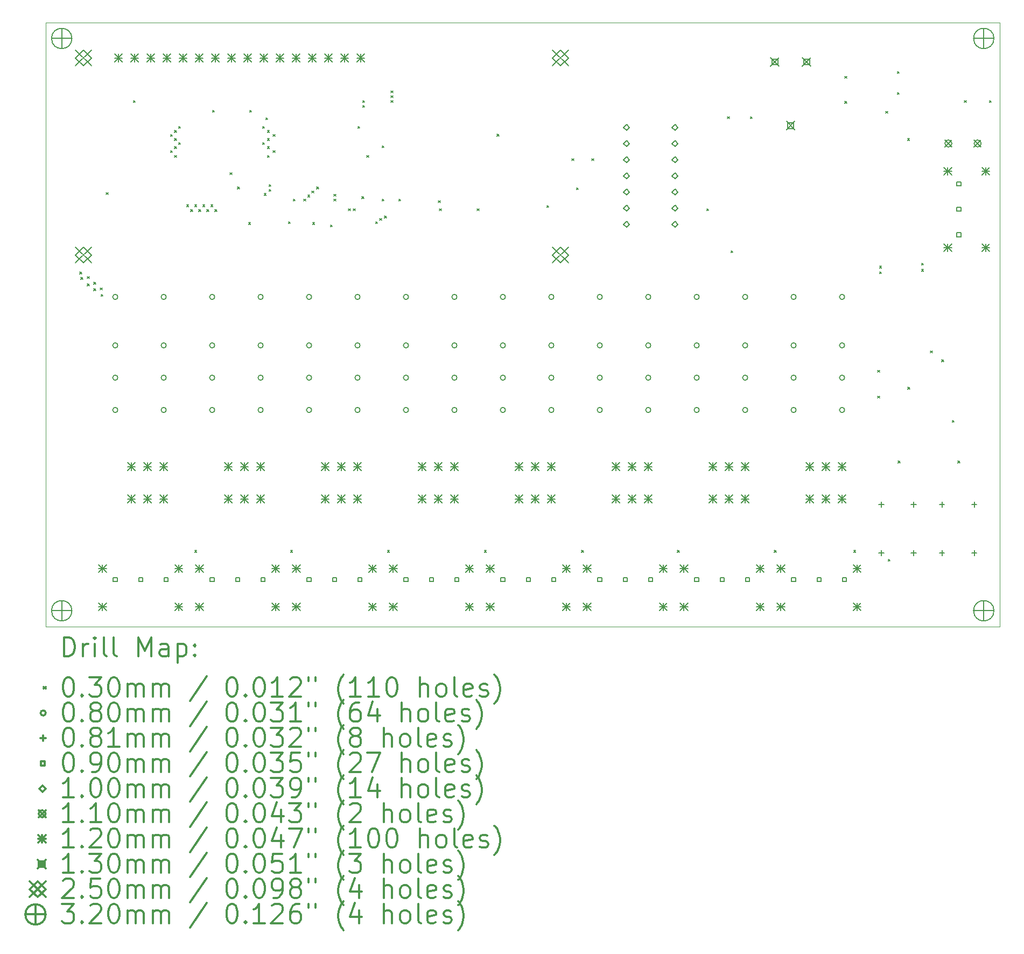
<source format=gbr>
%FSLAX45Y45*%
G04 Gerber Fmt 4.5, Leading zero omitted, Abs format (unit mm)*
G04 Created by KiCad (PCBNEW (5.1.9)-1) date 2021-06-10 17:57:28*
%MOMM*%
%LPD*%
G01*
G04 APERTURE LIST*
%TA.AperFunction,Profile*%
%ADD10C,0.038100*%
%TD*%
%ADD11C,0.200000*%
%ADD12C,0.300000*%
G04 APERTURE END LIST*
D10*
X4500000Y-13250000D02*
X19500000Y-13250000D01*
X19500000Y-3750000D02*
X19500000Y-13250000D01*
X4500000Y-3750000D02*
X19500000Y-3750000D01*
X4500000Y-13250000D02*
X4500000Y-3750000D01*
D11*
X5033250Y-7674850D02*
X5063250Y-7704850D01*
X5063250Y-7674850D02*
X5033250Y-7704850D01*
X5052300Y-7757400D02*
X5082300Y-7787400D01*
X5082300Y-7757400D02*
X5052300Y-7787400D01*
X5153900Y-7744700D02*
X5183900Y-7774700D01*
X5183900Y-7744700D02*
X5153900Y-7774700D01*
X5153900Y-7859000D02*
X5183900Y-7889000D01*
X5183900Y-7859000D02*
X5153900Y-7889000D01*
X5255500Y-7833600D02*
X5285500Y-7863600D01*
X5285500Y-7833600D02*
X5255500Y-7863600D01*
X5255500Y-7935200D02*
X5285500Y-7965200D01*
X5285500Y-7935200D02*
X5255500Y-7965200D01*
X5357100Y-7922500D02*
X5387100Y-7952500D01*
X5387100Y-7922500D02*
X5357100Y-7952500D01*
X5369800Y-8024100D02*
X5399800Y-8054100D01*
X5399800Y-8024100D02*
X5369800Y-8054100D01*
X5450000Y-6423900D02*
X5480000Y-6453900D01*
X5480000Y-6423900D02*
X5450000Y-6453900D01*
X5877800Y-4976100D02*
X5907800Y-5006100D01*
X5907800Y-4976100D02*
X5877800Y-5006100D01*
X6462000Y-5509500D02*
X6492000Y-5539500D01*
X6492000Y-5509500D02*
X6462000Y-5539500D01*
X6462000Y-5763500D02*
X6492000Y-5793500D01*
X6492000Y-5763500D02*
X6462000Y-5793500D01*
X6525500Y-5446000D02*
X6555500Y-5476000D01*
X6555500Y-5446000D02*
X6525500Y-5476000D01*
X6525500Y-5573000D02*
X6555500Y-5603000D01*
X6555500Y-5573000D02*
X6525500Y-5603000D01*
X6525500Y-5700000D02*
X6555500Y-5730000D01*
X6555500Y-5700000D02*
X6525500Y-5730000D01*
X6525500Y-5839700D02*
X6555500Y-5869700D01*
X6555500Y-5839700D02*
X6525500Y-5869700D01*
X6589000Y-5382500D02*
X6619000Y-5412500D01*
X6619000Y-5382500D02*
X6589000Y-5412500D01*
X6589000Y-5636500D02*
X6619000Y-5666500D01*
X6619000Y-5636500D02*
X6589000Y-5666500D01*
X6716000Y-6614400D02*
X6746000Y-6644400D01*
X6746000Y-6614400D02*
X6716000Y-6644400D01*
X6779500Y-6690600D02*
X6809500Y-6720600D01*
X6809500Y-6690600D02*
X6779500Y-6720600D01*
X6843000Y-6614400D02*
X6873000Y-6644400D01*
X6873000Y-6614400D02*
X6843000Y-6644400D01*
X6843000Y-12050000D02*
X6873000Y-12080000D01*
X6873000Y-12050000D02*
X6843000Y-12080000D01*
X6906500Y-6690600D02*
X6936500Y-6720600D01*
X6936500Y-6690600D02*
X6906500Y-6720600D01*
X6970000Y-6614400D02*
X7000000Y-6644400D01*
X7000000Y-6614400D02*
X6970000Y-6644400D01*
X7033500Y-6690600D02*
X7063500Y-6720600D01*
X7063500Y-6690600D02*
X7033500Y-6720600D01*
X7097000Y-6614400D02*
X7127000Y-6644400D01*
X7127000Y-6614400D02*
X7097000Y-6644400D01*
X7122400Y-5128500D02*
X7152400Y-5158500D01*
X7152400Y-5128500D02*
X7122400Y-5158500D01*
X7160500Y-6690600D02*
X7190500Y-6720600D01*
X7190500Y-6690600D02*
X7160500Y-6720600D01*
X7395450Y-6112750D02*
X7425450Y-6142750D01*
X7425450Y-6112750D02*
X7395450Y-6142750D01*
X7516100Y-6335000D02*
X7546100Y-6365000D01*
X7546100Y-6335000D02*
X7516100Y-6365000D01*
X7687550Y-6893800D02*
X7717550Y-6923800D01*
X7717550Y-6893800D02*
X7687550Y-6923800D01*
X7706600Y-5128500D02*
X7736600Y-5158500D01*
X7736600Y-5128500D02*
X7706600Y-5158500D01*
X7909800Y-5382500D02*
X7939800Y-5412500D01*
X7939800Y-5382500D02*
X7909800Y-5412500D01*
X7909800Y-5636500D02*
X7939800Y-5666500D01*
X7939800Y-5636500D02*
X7909800Y-5666500D01*
X7935200Y-6436600D02*
X7965200Y-6466600D01*
X7965200Y-6436600D02*
X7935200Y-6466600D01*
X7960600Y-5249150D02*
X7990600Y-5279150D01*
X7990600Y-5249150D02*
X7960600Y-5279150D01*
X7986000Y-5446000D02*
X8016000Y-5476000D01*
X8016000Y-5446000D02*
X7986000Y-5476000D01*
X7986000Y-5573000D02*
X8016000Y-5603000D01*
X8016000Y-5573000D02*
X7986000Y-5603000D01*
X7986000Y-5700000D02*
X8016000Y-5730000D01*
X8016000Y-5700000D02*
X7986000Y-5730000D01*
X7986000Y-5839700D02*
X8016000Y-5869700D01*
X8016000Y-5839700D02*
X7986000Y-5869700D01*
X8011400Y-6296900D02*
X8041400Y-6326900D01*
X8041400Y-6296900D02*
X8011400Y-6326900D01*
X8011400Y-6373100D02*
X8041400Y-6403100D01*
X8041400Y-6373100D02*
X8011400Y-6403100D01*
X8074900Y-5509500D02*
X8104900Y-5539500D01*
X8104900Y-5509500D02*
X8074900Y-5539500D01*
X8074900Y-5763500D02*
X8104900Y-5793500D01*
X8104900Y-5763500D02*
X8074900Y-5793500D01*
X8316200Y-6881100D02*
X8346200Y-6911100D01*
X8346200Y-6881100D02*
X8316200Y-6911100D01*
X8347950Y-12050000D02*
X8377950Y-12080000D01*
X8377950Y-12050000D02*
X8347950Y-12080000D01*
X8392400Y-6525500D02*
X8422400Y-6555500D01*
X8422400Y-6525500D02*
X8392400Y-6555500D01*
X8557500Y-6525500D02*
X8587500Y-6555500D01*
X8587500Y-6525500D02*
X8557500Y-6555500D01*
X8621000Y-6462000D02*
X8651000Y-6492000D01*
X8651000Y-6462000D02*
X8621000Y-6492000D01*
X8684500Y-6398500D02*
X8714500Y-6428500D01*
X8714500Y-6398500D02*
X8684500Y-6428500D01*
X8697200Y-6893800D02*
X8727200Y-6923800D01*
X8727200Y-6893800D02*
X8697200Y-6923800D01*
X8760700Y-6335000D02*
X8790700Y-6365000D01*
X8790700Y-6335000D02*
X8760700Y-6365000D01*
X8976600Y-6931900D02*
X9006600Y-6961900D01*
X9006600Y-6931900D02*
X8976600Y-6961900D01*
X9031400Y-6449800D02*
X9061400Y-6479800D01*
X9061400Y-6449800D02*
X9031400Y-6479800D01*
X9031400Y-6526000D02*
X9061400Y-6556000D01*
X9061400Y-6526000D02*
X9031400Y-6556000D01*
X9260000Y-6678400D02*
X9290000Y-6708400D01*
X9290000Y-6678400D02*
X9260000Y-6708400D01*
X9336200Y-6678400D02*
X9366200Y-6708400D01*
X9366200Y-6678400D02*
X9336200Y-6708400D01*
X9408400Y-5382500D02*
X9438400Y-5412500D01*
X9438400Y-5382500D02*
X9408400Y-5412500D01*
X9471900Y-6487400D02*
X9501900Y-6517400D01*
X9501900Y-6487400D02*
X9471900Y-6517400D01*
X9484600Y-4976100D02*
X9514600Y-5006100D01*
X9514600Y-4976100D02*
X9484600Y-5006100D01*
X9484600Y-5052300D02*
X9514600Y-5082300D01*
X9514600Y-5052300D02*
X9484600Y-5082300D01*
X9548100Y-5839700D02*
X9578100Y-5869700D01*
X9578100Y-5839700D02*
X9548100Y-5869700D01*
X9687800Y-6881100D02*
X9717800Y-6911100D01*
X9717800Y-6881100D02*
X9687800Y-6911100D01*
X9751300Y-6830300D02*
X9781300Y-6860300D01*
X9781300Y-6830300D02*
X9751300Y-6860300D01*
X9789400Y-5687300D02*
X9819400Y-5717300D01*
X9819400Y-5687300D02*
X9789400Y-5717300D01*
X9789400Y-6525500D02*
X9819400Y-6555500D01*
X9819400Y-6525500D02*
X9789400Y-6555500D01*
X9827500Y-6792200D02*
X9857500Y-6822200D01*
X9857500Y-6792200D02*
X9827500Y-6822200D01*
X9871950Y-12050000D02*
X9901950Y-12080000D01*
X9901950Y-12050000D02*
X9871950Y-12080000D01*
X9929100Y-4823700D02*
X9959100Y-4853700D01*
X9959100Y-4823700D02*
X9929100Y-4853700D01*
X9929100Y-4899900D02*
X9959100Y-4929900D01*
X9959100Y-4899900D02*
X9929100Y-4929900D01*
X9929100Y-4976100D02*
X9959100Y-5006100D01*
X9959100Y-4976100D02*
X9929100Y-5006100D01*
X10049750Y-6525500D02*
X10079750Y-6555500D01*
X10079750Y-6525500D02*
X10049750Y-6555500D01*
X10672050Y-6550900D02*
X10702050Y-6580900D01*
X10702050Y-6550900D02*
X10672050Y-6580900D01*
X10691100Y-6677900D02*
X10721100Y-6707900D01*
X10721100Y-6677900D02*
X10691100Y-6707900D01*
X11281650Y-6677900D02*
X11311650Y-6707900D01*
X11311650Y-6677900D02*
X11281650Y-6707900D01*
X11395950Y-12050000D02*
X11425950Y-12080000D01*
X11425950Y-12050000D02*
X11395950Y-12080000D01*
X11595975Y-5506325D02*
X11625975Y-5536325D01*
X11625975Y-5506325D02*
X11595975Y-5536325D01*
X12380200Y-6627100D02*
X12410200Y-6657100D01*
X12410200Y-6627100D02*
X12380200Y-6657100D01*
X12775300Y-5891900D02*
X12805300Y-5921900D01*
X12805300Y-5891900D02*
X12775300Y-5921900D01*
X12843750Y-6347700D02*
X12873750Y-6377700D01*
X12873750Y-6347700D02*
X12843750Y-6377700D01*
X12926300Y-12050000D02*
X12956300Y-12080000D01*
X12956300Y-12050000D02*
X12926300Y-12080000D01*
X13085050Y-5890500D02*
X13115050Y-5920500D01*
X13115050Y-5890500D02*
X13085050Y-5920500D01*
X14431250Y-12050000D02*
X14461250Y-12080000D01*
X14461250Y-12050000D02*
X14431250Y-12080000D01*
X14894800Y-6677900D02*
X14924800Y-6707900D01*
X14924800Y-6677900D02*
X14894800Y-6707900D01*
X15218650Y-5230100D02*
X15248650Y-5260100D01*
X15248650Y-5230100D02*
X15218650Y-5260100D01*
X15275800Y-7338300D02*
X15305800Y-7368300D01*
X15305800Y-7338300D02*
X15275800Y-7368300D01*
X15580600Y-5230100D02*
X15610600Y-5260100D01*
X15610600Y-5230100D02*
X15580600Y-5260100D01*
X15955250Y-12050000D02*
X15985250Y-12080000D01*
X15985250Y-12050000D02*
X15955250Y-12080000D01*
X17066500Y-4595100D02*
X17096500Y-4625100D01*
X17096500Y-4595100D02*
X17066500Y-4625100D01*
X17066500Y-4988800D02*
X17096500Y-5018800D01*
X17096500Y-4988800D02*
X17066500Y-5018800D01*
X17206200Y-12050000D02*
X17236200Y-12080000D01*
X17236200Y-12050000D02*
X17206200Y-12080000D01*
X17580850Y-9217900D02*
X17610850Y-9247900D01*
X17610850Y-9217900D02*
X17580850Y-9247900D01*
X17580850Y-9624300D02*
X17610850Y-9654300D01*
X17610850Y-9624300D02*
X17580850Y-9654300D01*
X17612600Y-7579600D02*
X17642600Y-7609600D01*
X17642600Y-7579600D02*
X17612600Y-7609600D01*
X17612600Y-7668500D02*
X17642600Y-7698500D01*
X17642600Y-7668500D02*
X17612600Y-7698500D01*
X17707850Y-5147550D02*
X17737850Y-5177550D01*
X17737850Y-5147550D02*
X17707850Y-5177550D01*
X17745950Y-12189700D02*
X17775950Y-12219700D01*
X17775950Y-12189700D02*
X17745950Y-12219700D01*
X17892000Y-4518900D02*
X17922000Y-4548900D01*
X17922000Y-4518900D02*
X17892000Y-4548900D01*
X17892000Y-4849100D02*
X17922000Y-4879100D01*
X17922000Y-4849100D02*
X17892000Y-4879100D01*
X17904700Y-10646650D02*
X17934700Y-10676650D01*
X17934700Y-10646650D02*
X17904700Y-10676650D01*
X18050750Y-5573000D02*
X18080750Y-5603000D01*
X18080750Y-5573000D02*
X18050750Y-5603000D01*
X18057100Y-9484600D02*
X18087100Y-9514600D01*
X18087100Y-9484600D02*
X18057100Y-9514600D01*
X18273000Y-7535150D02*
X18303000Y-7565150D01*
X18303000Y-7535150D02*
X18273000Y-7565150D01*
X18273000Y-7630400D02*
X18303000Y-7660400D01*
X18303000Y-7630400D02*
X18273000Y-7660400D01*
X18412700Y-8913100D02*
X18442700Y-8943100D01*
X18442700Y-8913100D02*
X18412700Y-8943100D01*
X18590500Y-9052800D02*
X18620500Y-9082800D01*
X18620500Y-9052800D02*
X18590500Y-9082800D01*
X18755600Y-10005300D02*
X18785600Y-10035300D01*
X18785600Y-10005300D02*
X18755600Y-10035300D01*
X18844500Y-10646650D02*
X18874500Y-10676650D01*
X18874500Y-10646650D02*
X18844500Y-10676650D01*
X18946100Y-4976100D02*
X18976100Y-5006100D01*
X18976100Y-4976100D02*
X18946100Y-5006100D01*
X19339800Y-4976100D02*
X19369800Y-5006100D01*
X19369800Y-4976100D02*
X19339800Y-5006100D01*
X5632000Y-8065000D02*
G75*
G03*
X5632000Y-8065000I-40000J0D01*
G01*
X5632000Y-8827000D02*
G75*
G03*
X5632000Y-8827000I-40000J0D01*
G01*
X5632000Y-9335000D02*
G75*
G03*
X5632000Y-9335000I-40000J0D01*
G01*
X5632000Y-9843000D02*
G75*
G03*
X5632000Y-9843000I-40000J0D01*
G01*
X6394000Y-8065000D02*
G75*
G03*
X6394000Y-8065000I-40000J0D01*
G01*
X6394000Y-8827000D02*
G75*
G03*
X6394000Y-8827000I-40000J0D01*
G01*
X6394000Y-9335000D02*
G75*
G03*
X6394000Y-9335000I-40000J0D01*
G01*
X6394000Y-9843000D02*
G75*
G03*
X6394000Y-9843000I-40000J0D01*
G01*
X7156000Y-8065000D02*
G75*
G03*
X7156000Y-8065000I-40000J0D01*
G01*
X7156000Y-8827000D02*
G75*
G03*
X7156000Y-8827000I-40000J0D01*
G01*
X7156000Y-9335000D02*
G75*
G03*
X7156000Y-9335000I-40000J0D01*
G01*
X7156000Y-9843000D02*
G75*
G03*
X7156000Y-9843000I-40000J0D01*
G01*
X7918000Y-8065000D02*
G75*
G03*
X7918000Y-8065000I-40000J0D01*
G01*
X7918000Y-8827000D02*
G75*
G03*
X7918000Y-8827000I-40000J0D01*
G01*
X7918000Y-9335000D02*
G75*
G03*
X7918000Y-9335000I-40000J0D01*
G01*
X7918000Y-9843000D02*
G75*
G03*
X7918000Y-9843000I-40000J0D01*
G01*
X8680000Y-8065000D02*
G75*
G03*
X8680000Y-8065000I-40000J0D01*
G01*
X8680000Y-8827000D02*
G75*
G03*
X8680000Y-8827000I-40000J0D01*
G01*
X8680000Y-9335000D02*
G75*
G03*
X8680000Y-9335000I-40000J0D01*
G01*
X8680000Y-9843000D02*
G75*
G03*
X8680000Y-9843000I-40000J0D01*
G01*
X9442000Y-8065000D02*
G75*
G03*
X9442000Y-8065000I-40000J0D01*
G01*
X9442000Y-8827000D02*
G75*
G03*
X9442000Y-8827000I-40000J0D01*
G01*
X9442000Y-9335000D02*
G75*
G03*
X9442000Y-9335000I-40000J0D01*
G01*
X9442000Y-9843000D02*
G75*
G03*
X9442000Y-9843000I-40000J0D01*
G01*
X10204000Y-8065000D02*
G75*
G03*
X10204000Y-8065000I-40000J0D01*
G01*
X10204000Y-8827000D02*
G75*
G03*
X10204000Y-8827000I-40000J0D01*
G01*
X10204000Y-9335000D02*
G75*
G03*
X10204000Y-9335000I-40000J0D01*
G01*
X10204000Y-9843000D02*
G75*
G03*
X10204000Y-9843000I-40000J0D01*
G01*
X10966000Y-8065000D02*
G75*
G03*
X10966000Y-8065000I-40000J0D01*
G01*
X10966000Y-8827000D02*
G75*
G03*
X10966000Y-8827000I-40000J0D01*
G01*
X10966000Y-9335000D02*
G75*
G03*
X10966000Y-9335000I-40000J0D01*
G01*
X10966000Y-9843000D02*
G75*
G03*
X10966000Y-9843000I-40000J0D01*
G01*
X11728000Y-8065000D02*
G75*
G03*
X11728000Y-8065000I-40000J0D01*
G01*
X11728000Y-8827000D02*
G75*
G03*
X11728000Y-8827000I-40000J0D01*
G01*
X11728000Y-9335000D02*
G75*
G03*
X11728000Y-9335000I-40000J0D01*
G01*
X11728000Y-9843000D02*
G75*
G03*
X11728000Y-9843000I-40000J0D01*
G01*
X12490000Y-8065000D02*
G75*
G03*
X12490000Y-8065000I-40000J0D01*
G01*
X12490000Y-8827000D02*
G75*
G03*
X12490000Y-8827000I-40000J0D01*
G01*
X12490000Y-9335000D02*
G75*
G03*
X12490000Y-9335000I-40000J0D01*
G01*
X12490000Y-9843000D02*
G75*
G03*
X12490000Y-9843000I-40000J0D01*
G01*
X13252000Y-8065000D02*
G75*
G03*
X13252000Y-8065000I-40000J0D01*
G01*
X13252000Y-8827000D02*
G75*
G03*
X13252000Y-8827000I-40000J0D01*
G01*
X13252000Y-9335000D02*
G75*
G03*
X13252000Y-9335000I-40000J0D01*
G01*
X13252000Y-9843000D02*
G75*
G03*
X13252000Y-9843000I-40000J0D01*
G01*
X14014000Y-8065000D02*
G75*
G03*
X14014000Y-8065000I-40000J0D01*
G01*
X14014000Y-8827000D02*
G75*
G03*
X14014000Y-8827000I-40000J0D01*
G01*
X14014000Y-9335000D02*
G75*
G03*
X14014000Y-9335000I-40000J0D01*
G01*
X14014000Y-9843000D02*
G75*
G03*
X14014000Y-9843000I-40000J0D01*
G01*
X14776000Y-8065000D02*
G75*
G03*
X14776000Y-8065000I-40000J0D01*
G01*
X14776000Y-8827000D02*
G75*
G03*
X14776000Y-8827000I-40000J0D01*
G01*
X14776000Y-9335000D02*
G75*
G03*
X14776000Y-9335000I-40000J0D01*
G01*
X14776000Y-9843000D02*
G75*
G03*
X14776000Y-9843000I-40000J0D01*
G01*
X15538000Y-8065000D02*
G75*
G03*
X15538000Y-8065000I-40000J0D01*
G01*
X15538000Y-8827000D02*
G75*
G03*
X15538000Y-8827000I-40000J0D01*
G01*
X15538000Y-9335000D02*
G75*
G03*
X15538000Y-9335000I-40000J0D01*
G01*
X15538000Y-9843000D02*
G75*
G03*
X15538000Y-9843000I-40000J0D01*
G01*
X16300000Y-8065000D02*
G75*
G03*
X16300000Y-8065000I-40000J0D01*
G01*
X16300000Y-8827000D02*
G75*
G03*
X16300000Y-8827000I-40000J0D01*
G01*
X16300000Y-9335000D02*
G75*
G03*
X16300000Y-9335000I-40000J0D01*
G01*
X16300000Y-9843000D02*
G75*
G03*
X16300000Y-9843000I-40000J0D01*
G01*
X17062000Y-8065000D02*
G75*
G03*
X17062000Y-8065000I-40000J0D01*
G01*
X17062000Y-8827000D02*
G75*
G03*
X17062000Y-8827000I-40000J0D01*
G01*
X17062000Y-9335000D02*
G75*
G03*
X17062000Y-9335000I-40000J0D01*
G01*
X17062000Y-9843000D02*
G75*
G03*
X17062000Y-9843000I-40000J0D01*
G01*
X17640300Y-11287760D02*
X17640300Y-11369040D01*
X17599660Y-11328400D02*
X17680940Y-11328400D01*
X17640300Y-12049760D02*
X17640300Y-12131040D01*
X17599660Y-12090400D02*
X17680940Y-12090400D01*
X18148300Y-11287760D02*
X18148300Y-11369040D01*
X18107660Y-11328400D02*
X18188940Y-11328400D01*
X18148300Y-12049760D02*
X18148300Y-12131040D01*
X18107660Y-12090400D02*
X18188940Y-12090400D01*
X18592800Y-11287760D02*
X18592800Y-11369040D01*
X18552160Y-11328400D02*
X18633440Y-11328400D01*
X18592800Y-12049760D02*
X18592800Y-12131040D01*
X18552160Y-12090400D02*
X18633440Y-12090400D01*
X19100800Y-11287760D02*
X19100800Y-11369040D01*
X19060160Y-11328400D02*
X19141440Y-11328400D01*
X19100800Y-12049760D02*
X19100800Y-12131040D01*
X19060160Y-12090400D02*
X19141440Y-12090400D01*
X5623820Y-12541820D02*
X5623820Y-12478180D01*
X5560180Y-12478180D01*
X5560180Y-12541820D01*
X5623820Y-12541820D01*
X6023820Y-12541820D02*
X6023820Y-12478180D01*
X5960180Y-12478180D01*
X5960180Y-12541820D01*
X6023820Y-12541820D01*
X6423820Y-12541820D02*
X6423820Y-12478180D01*
X6360180Y-12478180D01*
X6360180Y-12541820D01*
X6423820Y-12541820D01*
X7147820Y-12541820D02*
X7147820Y-12478180D01*
X7084180Y-12478180D01*
X7084180Y-12541820D01*
X7147820Y-12541820D01*
X7547820Y-12541820D02*
X7547820Y-12478180D01*
X7484180Y-12478180D01*
X7484180Y-12541820D01*
X7547820Y-12541820D01*
X7947820Y-12541820D02*
X7947820Y-12478180D01*
X7884180Y-12478180D01*
X7884180Y-12541820D01*
X7947820Y-12541820D01*
X8671820Y-12541820D02*
X8671820Y-12478180D01*
X8608180Y-12478180D01*
X8608180Y-12541820D01*
X8671820Y-12541820D01*
X9071820Y-12541820D02*
X9071820Y-12478180D01*
X9008180Y-12478180D01*
X9008180Y-12541820D01*
X9071820Y-12541820D01*
X9471820Y-12541820D02*
X9471820Y-12478180D01*
X9408180Y-12478180D01*
X9408180Y-12541820D01*
X9471820Y-12541820D01*
X10195820Y-12541820D02*
X10195820Y-12478180D01*
X10132180Y-12478180D01*
X10132180Y-12541820D01*
X10195820Y-12541820D01*
X10595820Y-12541820D02*
X10595820Y-12478180D01*
X10532180Y-12478180D01*
X10532180Y-12541820D01*
X10595820Y-12541820D01*
X10995820Y-12541820D02*
X10995820Y-12478180D01*
X10932180Y-12478180D01*
X10932180Y-12541820D01*
X10995820Y-12541820D01*
X11719820Y-12541820D02*
X11719820Y-12478180D01*
X11656180Y-12478180D01*
X11656180Y-12541820D01*
X11719820Y-12541820D01*
X12119820Y-12541820D02*
X12119820Y-12478180D01*
X12056180Y-12478180D01*
X12056180Y-12541820D01*
X12119820Y-12541820D01*
X12519820Y-12541820D02*
X12519820Y-12478180D01*
X12456180Y-12478180D01*
X12456180Y-12541820D01*
X12519820Y-12541820D01*
X13243820Y-12541820D02*
X13243820Y-12478180D01*
X13180180Y-12478180D01*
X13180180Y-12541820D01*
X13243820Y-12541820D01*
X13643820Y-12541820D02*
X13643820Y-12478180D01*
X13580180Y-12478180D01*
X13580180Y-12541820D01*
X13643820Y-12541820D01*
X14043820Y-12541820D02*
X14043820Y-12478180D01*
X13980180Y-12478180D01*
X13980180Y-12541820D01*
X14043820Y-12541820D01*
X14767820Y-12541820D02*
X14767820Y-12478180D01*
X14704180Y-12478180D01*
X14704180Y-12541820D01*
X14767820Y-12541820D01*
X15167820Y-12541820D02*
X15167820Y-12478180D01*
X15104180Y-12478180D01*
X15104180Y-12541820D01*
X15167820Y-12541820D01*
X15567820Y-12541820D02*
X15567820Y-12478180D01*
X15504180Y-12478180D01*
X15504180Y-12541820D01*
X15567820Y-12541820D01*
X16291820Y-12541820D02*
X16291820Y-12478180D01*
X16228180Y-12478180D01*
X16228180Y-12541820D01*
X16291820Y-12541820D01*
X16691820Y-12541820D02*
X16691820Y-12478180D01*
X16628180Y-12478180D01*
X16628180Y-12541820D01*
X16691820Y-12541820D01*
X17091820Y-12541820D02*
X17091820Y-12478180D01*
X17028180Y-12478180D01*
X17028180Y-12541820D01*
X17091820Y-12541820D01*
X18891320Y-6318420D02*
X18891320Y-6254780D01*
X18827680Y-6254780D01*
X18827680Y-6318420D01*
X18891320Y-6318420D01*
X18891320Y-6718420D02*
X18891320Y-6654780D01*
X18827680Y-6654780D01*
X18827680Y-6718420D01*
X18891320Y-6718420D01*
X18891320Y-7118420D02*
X18891320Y-7054780D01*
X18827680Y-7054780D01*
X18827680Y-7118420D01*
X18891320Y-7118420D01*
X13631100Y-5448000D02*
X13681100Y-5398000D01*
X13631100Y-5348000D01*
X13581100Y-5398000D01*
X13631100Y-5448000D01*
X13631100Y-5702000D02*
X13681100Y-5652000D01*
X13631100Y-5602000D01*
X13581100Y-5652000D01*
X13631100Y-5702000D01*
X13631100Y-5956000D02*
X13681100Y-5906000D01*
X13631100Y-5856000D01*
X13581100Y-5906000D01*
X13631100Y-5956000D01*
X13631100Y-6210000D02*
X13681100Y-6160000D01*
X13631100Y-6110000D01*
X13581100Y-6160000D01*
X13631100Y-6210000D01*
X13631100Y-6464000D02*
X13681100Y-6414000D01*
X13631100Y-6364000D01*
X13581100Y-6414000D01*
X13631100Y-6464000D01*
X13631100Y-6718000D02*
X13681100Y-6668000D01*
X13631100Y-6618000D01*
X13581100Y-6668000D01*
X13631100Y-6718000D01*
X13631100Y-6972000D02*
X13681100Y-6922000D01*
X13631100Y-6872000D01*
X13581100Y-6922000D01*
X13631100Y-6972000D01*
X14393100Y-5448000D02*
X14443100Y-5398000D01*
X14393100Y-5348000D01*
X14343100Y-5398000D01*
X14393100Y-5448000D01*
X14393100Y-5702000D02*
X14443100Y-5652000D01*
X14393100Y-5602000D01*
X14343100Y-5652000D01*
X14393100Y-5702000D01*
X14393100Y-5956000D02*
X14443100Y-5906000D01*
X14393100Y-5856000D01*
X14343100Y-5906000D01*
X14393100Y-5956000D01*
X14393100Y-6210000D02*
X14443100Y-6160000D01*
X14393100Y-6110000D01*
X14343100Y-6160000D01*
X14393100Y-6210000D01*
X14393100Y-6464000D02*
X14443100Y-6414000D01*
X14393100Y-6364000D01*
X14343100Y-6414000D01*
X14393100Y-6464000D01*
X14393100Y-6718000D02*
X14443100Y-6668000D01*
X14393100Y-6618000D01*
X14343100Y-6668000D01*
X14393100Y-6718000D01*
X14393100Y-6972000D02*
X14443100Y-6922000D01*
X14393100Y-6872000D01*
X14343100Y-6922000D01*
X14393100Y-6972000D01*
X18639400Y-5596500D02*
X18749400Y-5706500D01*
X18749400Y-5596500D02*
X18639400Y-5706500D01*
X18749400Y-5651500D02*
G75*
G03*
X18749400Y-5651500I-55000J0D01*
G01*
X19099400Y-5596500D02*
X19209400Y-5706500D01*
X19209400Y-5596500D02*
X19099400Y-5706500D01*
X19209400Y-5651500D02*
G75*
G03*
X19209400Y-5651500I-55000J0D01*
G01*
X5332000Y-12275000D02*
X5452000Y-12395000D01*
X5452000Y-12275000D02*
X5332000Y-12395000D01*
X5392000Y-12275000D02*
X5392000Y-12395000D01*
X5332000Y-12335000D02*
X5452000Y-12335000D01*
X5332000Y-12875000D02*
X5452000Y-12995000D01*
X5452000Y-12875000D02*
X5332000Y-12995000D01*
X5392000Y-12875000D02*
X5392000Y-12995000D01*
X5332000Y-12935000D02*
X5452000Y-12935000D01*
X5582800Y-4245800D02*
X5702800Y-4365800D01*
X5702800Y-4245800D02*
X5582800Y-4365800D01*
X5642800Y-4245800D02*
X5642800Y-4365800D01*
X5582800Y-4305800D02*
X5702800Y-4305800D01*
X5786000Y-10672000D02*
X5906000Y-10792000D01*
X5906000Y-10672000D02*
X5786000Y-10792000D01*
X5846000Y-10672000D02*
X5846000Y-10792000D01*
X5786000Y-10732000D02*
X5906000Y-10732000D01*
X5786000Y-11180000D02*
X5906000Y-11300000D01*
X5906000Y-11180000D02*
X5786000Y-11300000D01*
X5846000Y-11180000D02*
X5846000Y-11300000D01*
X5786000Y-11240000D02*
X5906000Y-11240000D01*
X5836800Y-4245800D02*
X5956800Y-4365800D01*
X5956800Y-4245800D02*
X5836800Y-4365800D01*
X5896800Y-4245800D02*
X5896800Y-4365800D01*
X5836800Y-4305800D02*
X5956800Y-4305800D01*
X6040000Y-10672000D02*
X6160000Y-10792000D01*
X6160000Y-10672000D02*
X6040000Y-10792000D01*
X6100000Y-10672000D02*
X6100000Y-10792000D01*
X6040000Y-10732000D02*
X6160000Y-10732000D01*
X6040000Y-11180000D02*
X6160000Y-11300000D01*
X6160000Y-11180000D02*
X6040000Y-11300000D01*
X6100000Y-11180000D02*
X6100000Y-11300000D01*
X6040000Y-11240000D02*
X6160000Y-11240000D01*
X6090800Y-4245800D02*
X6210800Y-4365800D01*
X6210800Y-4245800D02*
X6090800Y-4365800D01*
X6150800Y-4245800D02*
X6150800Y-4365800D01*
X6090800Y-4305800D02*
X6210800Y-4305800D01*
X6294000Y-10672000D02*
X6414000Y-10792000D01*
X6414000Y-10672000D02*
X6294000Y-10792000D01*
X6354000Y-10672000D02*
X6354000Y-10792000D01*
X6294000Y-10732000D02*
X6414000Y-10732000D01*
X6294000Y-11180000D02*
X6414000Y-11300000D01*
X6414000Y-11180000D02*
X6294000Y-11300000D01*
X6354000Y-11180000D02*
X6354000Y-11300000D01*
X6294000Y-11240000D02*
X6414000Y-11240000D01*
X6344800Y-4245800D02*
X6464800Y-4365800D01*
X6464800Y-4245800D02*
X6344800Y-4365800D01*
X6404800Y-4245800D02*
X6404800Y-4365800D01*
X6344800Y-4305800D02*
X6464800Y-4305800D01*
X6532000Y-12275000D02*
X6652000Y-12395000D01*
X6652000Y-12275000D02*
X6532000Y-12395000D01*
X6592000Y-12275000D02*
X6592000Y-12395000D01*
X6532000Y-12335000D02*
X6652000Y-12335000D01*
X6532000Y-12875000D02*
X6652000Y-12995000D01*
X6652000Y-12875000D02*
X6532000Y-12995000D01*
X6592000Y-12875000D02*
X6592000Y-12995000D01*
X6532000Y-12935000D02*
X6652000Y-12935000D01*
X6598800Y-4245800D02*
X6718800Y-4365800D01*
X6718800Y-4245800D02*
X6598800Y-4365800D01*
X6658800Y-4245800D02*
X6658800Y-4365800D01*
X6598800Y-4305800D02*
X6718800Y-4305800D01*
X6852800Y-4245800D02*
X6972800Y-4365800D01*
X6972800Y-4245800D02*
X6852800Y-4365800D01*
X6912800Y-4245800D02*
X6912800Y-4365800D01*
X6852800Y-4305800D02*
X6972800Y-4305800D01*
X6856000Y-12275000D02*
X6976000Y-12395000D01*
X6976000Y-12275000D02*
X6856000Y-12395000D01*
X6916000Y-12275000D02*
X6916000Y-12395000D01*
X6856000Y-12335000D02*
X6976000Y-12335000D01*
X6856000Y-12875000D02*
X6976000Y-12995000D01*
X6976000Y-12875000D02*
X6856000Y-12995000D01*
X6916000Y-12875000D02*
X6916000Y-12995000D01*
X6856000Y-12935000D02*
X6976000Y-12935000D01*
X7106800Y-4245800D02*
X7226800Y-4365800D01*
X7226800Y-4245800D02*
X7106800Y-4365800D01*
X7166800Y-4245800D02*
X7166800Y-4365800D01*
X7106800Y-4305800D02*
X7226800Y-4305800D01*
X7310000Y-10672000D02*
X7430000Y-10792000D01*
X7430000Y-10672000D02*
X7310000Y-10792000D01*
X7370000Y-10672000D02*
X7370000Y-10792000D01*
X7310000Y-10732000D02*
X7430000Y-10732000D01*
X7310000Y-11180000D02*
X7430000Y-11300000D01*
X7430000Y-11180000D02*
X7310000Y-11300000D01*
X7370000Y-11180000D02*
X7370000Y-11300000D01*
X7310000Y-11240000D02*
X7430000Y-11240000D01*
X7360800Y-4245800D02*
X7480800Y-4365800D01*
X7480800Y-4245800D02*
X7360800Y-4365800D01*
X7420800Y-4245800D02*
X7420800Y-4365800D01*
X7360800Y-4305800D02*
X7480800Y-4305800D01*
X7564000Y-10672000D02*
X7684000Y-10792000D01*
X7684000Y-10672000D02*
X7564000Y-10792000D01*
X7624000Y-10672000D02*
X7624000Y-10792000D01*
X7564000Y-10732000D02*
X7684000Y-10732000D01*
X7564000Y-11180000D02*
X7684000Y-11300000D01*
X7684000Y-11180000D02*
X7564000Y-11300000D01*
X7624000Y-11180000D02*
X7624000Y-11300000D01*
X7564000Y-11240000D02*
X7684000Y-11240000D01*
X7614800Y-4245800D02*
X7734800Y-4365800D01*
X7734800Y-4245800D02*
X7614800Y-4365800D01*
X7674800Y-4245800D02*
X7674800Y-4365800D01*
X7614800Y-4305800D02*
X7734800Y-4305800D01*
X7818000Y-10672000D02*
X7938000Y-10792000D01*
X7938000Y-10672000D02*
X7818000Y-10792000D01*
X7878000Y-10672000D02*
X7878000Y-10792000D01*
X7818000Y-10732000D02*
X7938000Y-10732000D01*
X7818000Y-11180000D02*
X7938000Y-11300000D01*
X7938000Y-11180000D02*
X7818000Y-11300000D01*
X7878000Y-11180000D02*
X7878000Y-11300000D01*
X7818000Y-11240000D02*
X7938000Y-11240000D01*
X7868800Y-4245800D02*
X7988800Y-4365800D01*
X7988800Y-4245800D02*
X7868800Y-4365800D01*
X7928800Y-4245800D02*
X7928800Y-4365800D01*
X7868800Y-4305800D02*
X7988800Y-4305800D01*
X8056000Y-12275000D02*
X8176000Y-12395000D01*
X8176000Y-12275000D02*
X8056000Y-12395000D01*
X8116000Y-12275000D02*
X8116000Y-12395000D01*
X8056000Y-12335000D02*
X8176000Y-12335000D01*
X8056000Y-12875000D02*
X8176000Y-12995000D01*
X8176000Y-12875000D02*
X8056000Y-12995000D01*
X8116000Y-12875000D02*
X8116000Y-12995000D01*
X8056000Y-12935000D02*
X8176000Y-12935000D01*
X8122800Y-4245800D02*
X8242800Y-4365800D01*
X8242800Y-4245800D02*
X8122800Y-4365800D01*
X8182800Y-4245800D02*
X8182800Y-4365800D01*
X8122800Y-4305800D02*
X8242800Y-4305800D01*
X8376800Y-4245800D02*
X8496800Y-4365800D01*
X8496800Y-4245800D02*
X8376800Y-4365800D01*
X8436800Y-4245800D02*
X8436800Y-4365800D01*
X8376800Y-4305800D02*
X8496800Y-4305800D01*
X8380000Y-12275000D02*
X8500000Y-12395000D01*
X8500000Y-12275000D02*
X8380000Y-12395000D01*
X8440000Y-12275000D02*
X8440000Y-12395000D01*
X8380000Y-12335000D02*
X8500000Y-12335000D01*
X8380000Y-12875000D02*
X8500000Y-12995000D01*
X8500000Y-12875000D02*
X8380000Y-12995000D01*
X8440000Y-12875000D02*
X8440000Y-12995000D01*
X8380000Y-12935000D02*
X8500000Y-12935000D01*
X8630800Y-4245800D02*
X8750800Y-4365800D01*
X8750800Y-4245800D02*
X8630800Y-4365800D01*
X8690800Y-4245800D02*
X8690800Y-4365800D01*
X8630800Y-4305800D02*
X8750800Y-4305800D01*
X8834000Y-10672000D02*
X8954000Y-10792000D01*
X8954000Y-10672000D02*
X8834000Y-10792000D01*
X8894000Y-10672000D02*
X8894000Y-10792000D01*
X8834000Y-10732000D02*
X8954000Y-10732000D01*
X8834000Y-11180000D02*
X8954000Y-11300000D01*
X8954000Y-11180000D02*
X8834000Y-11300000D01*
X8894000Y-11180000D02*
X8894000Y-11300000D01*
X8834000Y-11240000D02*
X8954000Y-11240000D01*
X8884800Y-4245800D02*
X9004800Y-4365800D01*
X9004800Y-4245800D02*
X8884800Y-4365800D01*
X8944800Y-4245800D02*
X8944800Y-4365800D01*
X8884800Y-4305800D02*
X9004800Y-4305800D01*
X9088000Y-10672000D02*
X9208000Y-10792000D01*
X9208000Y-10672000D02*
X9088000Y-10792000D01*
X9148000Y-10672000D02*
X9148000Y-10792000D01*
X9088000Y-10732000D02*
X9208000Y-10732000D01*
X9088000Y-11180000D02*
X9208000Y-11300000D01*
X9208000Y-11180000D02*
X9088000Y-11300000D01*
X9148000Y-11180000D02*
X9148000Y-11300000D01*
X9088000Y-11240000D02*
X9208000Y-11240000D01*
X9138800Y-4245800D02*
X9258800Y-4365800D01*
X9258800Y-4245800D02*
X9138800Y-4365800D01*
X9198800Y-4245800D02*
X9198800Y-4365800D01*
X9138800Y-4305800D02*
X9258800Y-4305800D01*
X9342000Y-10672000D02*
X9462000Y-10792000D01*
X9462000Y-10672000D02*
X9342000Y-10792000D01*
X9402000Y-10672000D02*
X9402000Y-10792000D01*
X9342000Y-10732000D02*
X9462000Y-10732000D01*
X9342000Y-11180000D02*
X9462000Y-11300000D01*
X9462000Y-11180000D02*
X9342000Y-11300000D01*
X9402000Y-11180000D02*
X9402000Y-11300000D01*
X9342000Y-11240000D02*
X9462000Y-11240000D01*
X9392800Y-4245800D02*
X9512800Y-4365800D01*
X9512800Y-4245800D02*
X9392800Y-4365800D01*
X9452800Y-4245800D02*
X9452800Y-4365800D01*
X9392800Y-4305800D02*
X9512800Y-4305800D01*
X9580000Y-12275000D02*
X9700000Y-12395000D01*
X9700000Y-12275000D02*
X9580000Y-12395000D01*
X9640000Y-12275000D02*
X9640000Y-12395000D01*
X9580000Y-12335000D02*
X9700000Y-12335000D01*
X9580000Y-12875000D02*
X9700000Y-12995000D01*
X9700000Y-12875000D02*
X9580000Y-12995000D01*
X9640000Y-12875000D02*
X9640000Y-12995000D01*
X9580000Y-12935000D02*
X9700000Y-12935000D01*
X9904000Y-12275000D02*
X10024000Y-12395000D01*
X10024000Y-12275000D02*
X9904000Y-12395000D01*
X9964000Y-12275000D02*
X9964000Y-12395000D01*
X9904000Y-12335000D02*
X10024000Y-12335000D01*
X9904000Y-12875000D02*
X10024000Y-12995000D01*
X10024000Y-12875000D02*
X9904000Y-12995000D01*
X9964000Y-12875000D02*
X9964000Y-12995000D01*
X9904000Y-12935000D02*
X10024000Y-12935000D01*
X10358000Y-10672000D02*
X10478000Y-10792000D01*
X10478000Y-10672000D02*
X10358000Y-10792000D01*
X10418000Y-10672000D02*
X10418000Y-10792000D01*
X10358000Y-10732000D02*
X10478000Y-10732000D01*
X10358000Y-11180000D02*
X10478000Y-11300000D01*
X10478000Y-11180000D02*
X10358000Y-11300000D01*
X10418000Y-11180000D02*
X10418000Y-11300000D01*
X10358000Y-11240000D02*
X10478000Y-11240000D01*
X10612000Y-10672000D02*
X10732000Y-10792000D01*
X10732000Y-10672000D02*
X10612000Y-10792000D01*
X10672000Y-10672000D02*
X10672000Y-10792000D01*
X10612000Y-10732000D02*
X10732000Y-10732000D01*
X10612000Y-11180000D02*
X10732000Y-11300000D01*
X10732000Y-11180000D02*
X10612000Y-11300000D01*
X10672000Y-11180000D02*
X10672000Y-11300000D01*
X10612000Y-11240000D02*
X10732000Y-11240000D01*
X10866000Y-10672000D02*
X10986000Y-10792000D01*
X10986000Y-10672000D02*
X10866000Y-10792000D01*
X10926000Y-10672000D02*
X10926000Y-10792000D01*
X10866000Y-10732000D02*
X10986000Y-10732000D01*
X10866000Y-11180000D02*
X10986000Y-11300000D01*
X10986000Y-11180000D02*
X10866000Y-11300000D01*
X10926000Y-11180000D02*
X10926000Y-11300000D01*
X10866000Y-11240000D02*
X10986000Y-11240000D01*
X11104000Y-12275000D02*
X11224000Y-12395000D01*
X11224000Y-12275000D02*
X11104000Y-12395000D01*
X11164000Y-12275000D02*
X11164000Y-12395000D01*
X11104000Y-12335000D02*
X11224000Y-12335000D01*
X11104000Y-12875000D02*
X11224000Y-12995000D01*
X11224000Y-12875000D02*
X11104000Y-12995000D01*
X11164000Y-12875000D02*
X11164000Y-12995000D01*
X11104000Y-12935000D02*
X11224000Y-12935000D01*
X11428000Y-12275000D02*
X11548000Y-12395000D01*
X11548000Y-12275000D02*
X11428000Y-12395000D01*
X11488000Y-12275000D02*
X11488000Y-12395000D01*
X11428000Y-12335000D02*
X11548000Y-12335000D01*
X11428000Y-12875000D02*
X11548000Y-12995000D01*
X11548000Y-12875000D02*
X11428000Y-12995000D01*
X11488000Y-12875000D02*
X11488000Y-12995000D01*
X11428000Y-12935000D02*
X11548000Y-12935000D01*
X11882000Y-10672000D02*
X12002000Y-10792000D01*
X12002000Y-10672000D02*
X11882000Y-10792000D01*
X11942000Y-10672000D02*
X11942000Y-10792000D01*
X11882000Y-10732000D02*
X12002000Y-10732000D01*
X11882000Y-11180000D02*
X12002000Y-11300000D01*
X12002000Y-11180000D02*
X11882000Y-11300000D01*
X11942000Y-11180000D02*
X11942000Y-11300000D01*
X11882000Y-11240000D02*
X12002000Y-11240000D01*
X12136000Y-10672000D02*
X12256000Y-10792000D01*
X12256000Y-10672000D02*
X12136000Y-10792000D01*
X12196000Y-10672000D02*
X12196000Y-10792000D01*
X12136000Y-10732000D02*
X12256000Y-10732000D01*
X12136000Y-11180000D02*
X12256000Y-11300000D01*
X12256000Y-11180000D02*
X12136000Y-11300000D01*
X12196000Y-11180000D02*
X12196000Y-11300000D01*
X12136000Y-11240000D02*
X12256000Y-11240000D01*
X12390000Y-10672000D02*
X12510000Y-10792000D01*
X12510000Y-10672000D02*
X12390000Y-10792000D01*
X12450000Y-10672000D02*
X12450000Y-10792000D01*
X12390000Y-10732000D02*
X12510000Y-10732000D01*
X12390000Y-11180000D02*
X12510000Y-11300000D01*
X12510000Y-11180000D02*
X12390000Y-11300000D01*
X12450000Y-11180000D02*
X12450000Y-11300000D01*
X12390000Y-11240000D02*
X12510000Y-11240000D01*
X12628000Y-12275000D02*
X12748000Y-12395000D01*
X12748000Y-12275000D02*
X12628000Y-12395000D01*
X12688000Y-12275000D02*
X12688000Y-12395000D01*
X12628000Y-12335000D02*
X12748000Y-12335000D01*
X12628000Y-12875000D02*
X12748000Y-12995000D01*
X12748000Y-12875000D02*
X12628000Y-12995000D01*
X12688000Y-12875000D02*
X12688000Y-12995000D01*
X12628000Y-12935000D02*
X12748000Y-12935000D01*
X12952000Y-12275000D02*
X13072000Y-12395000D01*
X13072000Y-12275000D02*
X12952000Y-12395000D01*
X13012000Y-12275000D02*
X13012000Y-12395000D01*
X12952000Y-12335000D02*
X13072000Y-12335000D01*
X12952000Y-12875000D02*
X13072000Y-12995000D01*
X13072000Y-12875000D02*
X12952000Y-12995000D01*
X13012000Y-12875000D02*
X13012000Y-12995000D01*
X12952000Y-12935000D02*
X13072000Y-12935000D01*
X13406000Y-10672000D02*
X13526000Y-10792000D01*
X13526000Y-10672000D02*
X13406000Y-10792000D01*
X13466000Y-10672000D02*
X13466000Y-10792000D01*
X13406000Y-10732000D02*
X13526000Y-10732000D01*
X13406000Y-11180000D02*
X13526000Y-11300000D01*
X13526000Y-11180000D02*
X13406000Y-11300000D01*
X13466000Y-11180000D02*
X13466000Y-11300000D01*
X13406000Y-11240000D02*
X13526000Y-11240000D01*
X13660000Y-10672000D02*
X13780000Y-10792000D01*
X13780000Y-10672000D02*
X13660000Y-10792000D01*
X13720000Y-10672000D02*
X13720000Y-10792000D01*
X13660000Y-10732000D02*
X13780000Y-10732000D01*
X13660000Y-11180000D02*
X13780000Y-11300000D01*
X13780000Y-11180000D02*
X13660000Y-11300000D01*
X13720000Y-11180000D02*
X13720000Y-11300000D01*
X13660000Y-11240000D02*
X13780000Y-11240000D01*
X13914000Y-10672000D02*
X14034000Y-10792000D01*
X14034000Y-10672000D02*
X13914000Y-10792000D01*
X13974000Y-10672000D02*
X13974000Y-10792000D01*
X13914000Y-10732000D02*
X14034000Y-10732000D01*
X13914000Y-11180000D02*
X14034000Y-11300000D01*
X14034000Y-11180000D02*
X13914000Y-11300000D01*
X13974000Y-11180000D02*
X13974000Y-11300000D01*
X13914000Y-11240000D02*
X14034000Y-11240000D01*
X14152000Y-12275000D02*
X14272000Y-12395000D01*
X14272000Y-12275000D02*
X14152000Y-12395000D01*
X14212000Y-12275000D02*
X14212000Y-12395000D01*
X14152000Y-12335000D02*
X14272000Y-12335000D01*
X14152000Y-12875000D02*
X14272000Y-12995000D01*
X14272000Y-12875000D02*
X14152000Y-12995000D01*
X14212000Y-12875000D02*
X14212000Y-12995000D01*
X14152000Y-12935000D02*
X14272000Y-12935000D01*
X14476000Y-12275000D02*
X14596000Y-12395000D01*
X14596000Y-12275000D02*
X14476000Y-12395000D01*
X14536000Y-12275000D02*
X14536000Y-12395000D01*
X14476000Y-12335000D02*
X14596000Y-12335000D01*
X14476000Y-12875000D02*
X14596000Y-12995000D01*
X14596000Y-12875000D02*
X14476000Y-12995000D01*
X14536000Y-12875000D02*
X14536000Y-12995000D01*
X14476000Y-12935000D02*
X14596000Y-12935000D01*
X14930000Y-10672000D02*
X15050000Y-10792000D01*
X15050000Y-10672000D02*
X14930000Y-10792000D01*
X14990000Y-10672000D02*
X14990000Y-10792000D01*
X14930000Y-10732000D02*
X15050000Y-10732000D01*
X14930000Y-11180000D02*
X15050000Y-11300000D01*
X15050000Y-11180000D02*
X14930000Y-11300000D01*
X14990000Y-11180000D02*
X14990000Y-11300000D01*
X14930000Y-11240000D02*
X15050000Y-11240000D01*
X15184000Y-10672000D02*
X15304000Y-10792000D01*
X15304000Y-10672000D02*
X15184000Y-10792000D01*
X15244000Y-10672000D02*
X15244000Y-10792000D01*
X15184000Y-10732000D02*
X15304000Y-10732000D01*
X15184000Y-11180000D02*
X15304000Y-11300000D01*
X15304000Y-11180000D02*
X15184000Y-11300000D01*
X15244000Y-11180000D02*
X15244000Y-11300000D01*
X15184000Y-11240000D02*
X15304000Y-11240000D01*
X15438000Y-10672000D02*
X15558000Y-10792000D01*
X15558000Y-10672000D02*
X15438000Y-10792000D01*
X15498000Y-10672000D02*
X15498000Y-10792000D01*
X15438000Y-10732000D02*
X15558000Y-10732000D01*
X15438000Y-11180000D02*
X15558000Y-11300000D01*
X15558000Y-11180000D02*
X15438000Y-11300000D01*
X15498000Y-11180000D02*
X15498000Y-11300000D01*
X15438000Y-11240000D02*
X15558000Y-11240000D01*
X15676000Y-12275000D02*
X15796000Y-12395000D01*
X15796000Y-12275000D02*
X15676000Y-12395000D01*
X15736000Y-12275000D02*
X15736000Y-12395000D01*
X15676000Y-12335000D02*
X15796000Y-12335000D01*
X15676000Y-12875000D02*
X15796000Y-12995000D01*
X15796000Y-12875000D02*
X15676000Y-12995000D01*
X15736000Y-12875000D02*
X15736000Y-12995000D01*
X15676000Y-12935000D02*
X15796000Y-12935000D01*
X16000000Y-12275000D02*
X16120000Y-12395000D01*
X16120000Y-12275000D02*
X16000000Y-12395000D01*
X16060000Y-12275000D02*
X16060000Y-12395000D01*
X16000000Y-12335000D02*
X16120000Y-12335000D01*
X16000000Y-12875000D02*
X16120000Y-12995000D01*
X16120000Y-12875000D02*
X16000000Y-12995000D01*
X16060000Y-12875000D02*
X16060000Y-12995000D01*
X16000000Y-12935000D02*
X16120000Y-12935000D01*
X16454000Y-10672000D02*
X16574000Y-10792000D01*
X16574000Y-10672000D02*
X16454000Y-10792000D01*
X16514000Y-10672000D02*
X16514000Y-10792000D01*
X16454000Y-10732000D02*
X16574000Y-10732000D01*
X16454000Y-11180000D02*
X16574000Y-11300000D01*
X16574000Y-11180000D02*
X16454000Y-11300000D01*
X16514000Y-11180000D02*
X16514000Y-11300000D01*
X16454000Y-11240000D02*
X16574000Y-11240000D01*
X16708000Y-10672000D02*
X16828000Y-10792000D01*
X16828000Y-10672000D02*
X16708000Y-10792000D01*
X16768000Y-10672000D02*
X16768000Y-10792000D01*
X16708000Y-10732000D02*
X16828000Y-10732000D01*
X16708000Y-11180000D02*
X16828000Y-11300000D01*
X16828000Y-11180000D02*
X16708000Y-11300000D01*
X16768000Y-11180000D02*
X16768000Y-11300000D01*
X16708000Y-11240000D02*
X16828000Y-11240000D01*
X16962000Y-10672000D02*
X17082000Y-10792000D01*
X17082000Y-10672000D02*
X16962000Y-10792000D01*
X17022000Y-10672000D02*
X17022000Y-10792000D01*
X16962000Y-10732000D02*
X17082000Y-10732000D01*
X16962000Y-11180000D02*
X17082000Y-11300000D01*
X17082000Y-11180000D02*
X16962000Y-11300000D01*
X17022000Y-11180000D02*
X17022000Y-11300000D01*
X16962000Y-11240000D02*
X17082000Y-11240000D01*
X17200000Y-12275000D02*
X17320000Y-12395000D01*
X17320000Y-12275000D02*
X17200000Y-12395000D01*
X17260000Y-12275000D02*
X17260000Y-12395000D01*
X17200000Y-12335000D02*
X17320000Y-12335000D01*
X17200000Y-12875000D02*
X17320000Y-12995000D01*
X17320000Y-12875000D02*
X17200000Y-12995000D01*
X17260000Y-12875000D02*
X17260000Y-12995000D01*
X17200000Y-12935000D02*
X17320000Y-12935000D01*
X18624500Y-6026600D02*
X18744500Y-6146600D01*
X18744500Y-6026600D02*
X18624500Y-6146600D01*
X18684500Y-6026600D02*
X18684500Y-6146600D01*
X18624500Y-6086600D02*
X18744500Y-6086600D01*
X18624500Y-7226600D02*
X18744500Y-7346600D01*
X18744500Y-7226600D02*
X18624500Y-7346600D01*
X18684500Y-7226600D02*
X18684500Y-7346600D01*
X18624500Y-7286600D02*
X18744500Y-7286600D01*
X19224500Y-6026600D02*
X19344500Y-6146600D01*
X19344500Y-6026600D02*
X19224500Y-6146600D01*
X19284500Y-6026600D02*
X19284500Y-6146600D01*
X19224500Y-6086600D02*
X19344500Y-6086600D01*
X19224500Y-7226600D02*
X19344500Y-7346600D01*
X19344500Y-7226600D02*
X19224500Y-7346600D01*
X19284500Y-7226600D02*
X19284500Y-7346600D01*
X19224500Y-7286600D02*
X19344500Y-7286600D01*
X15898900Y-4303800D02*
X16028900Y-4433800D01*
X16028900Y-4303800D02*
X15898900Y-4433800D01*
X16009862Y-4414762D02*
X16009862Y-4322838D01*
X15917938Y-4322838D01*
X15917938Y-4414762D01*
X16009862Y-4414762D01*
X16148900Y-5303800D02*
X16278900Y-5433800D01*
X16278900Y-5303800D02*
X16148900Y-5433800D01*
X16259862Y-5414762D02*
X16259862Y-5322838D01*
X16167938Y-5322838D01*
X16167938Y-5414762D01*
X16259862Y-5414762D01*
X16398900Y-4303800D02*
X16528900Y-4433800D01*
X16528900Y-4303800D02*
X16398900Y-4433800D01*
X16509862Y-4414762D02*
X16509862Y-4322838D01*
X16417938Y-4322838D01*
X16417938Y-4414762D01*
X16509862Y-4414762D01*
X4967890Y-4180800D02*
X5217890Y-4430800D01*
X5217890Y-4180800D02*
X4967890Y-4430800D01*
X5092890Y-4430800D02*
X5217890Y-4305800D01*
X5092890Y-4180800D01*
X4967890Y-4305800D01*
X5092890Y-4430800D01*
X4967890Y-7280870D02*
X5217890Y-7530870D01*
X5217890Y-7280870D02*
X4967890Y-7530870D01*
X5092890Y-7530870D02*
X5217890Y-7405870D01*
X5092890Y-7280870D01*
X4967890Y-7405870D01*
X5092890Y-7530870D01*
X12467748Y-7280870D02*
X12717748Y-7530870D01*
X12717748Y-7280870D02*
X12467748Y-7530870D01*
X12592748Y-7530870D02*
X12717748Y-7405870D01*
X12592748Y-7280870D01*
X12467748Y-7405870D01*
X12592748Y-7530870D01*
X12467800Y-4180800D02*
X12717800Y-4430800D01*
X12717800Y-4180800D02*
X12467800Y-4430800D01*
X12592800Y-4430800D02*
X12717800Y-4305800D01*
X12592800Y-4180800D01*
X12467800Y-4305800D01*
X12592800Y-4430800D01*
X4750000Y-3840000D02*
X4750000Y-4160000D01*
X4590000Y-4000000D02*
X4910000Y-4000000D01*
X4910000Y-4000000D02*
G75*
G03*
X4910000Y-4000000I-160000J0D01*
G01*
X4750000Y-12840000D02*
X4750000Y-13160000D01*
X4590000Y-13000000D02*
X4910000Y-13000000D01*
X4910000Y-13000000D02*
G75*
G03*
X4910000Y-13000000I-160000J0D01*
G01*
X19250000Y-3840000D02*
X19250000Y-4160000D01*
X19090000Y-4000000D02*
X19410000Y-4000000D01*
X19410000Y-4000000D02*
G75*
G03*
X19410000Y-4000000I-160000J0D01*
G01*
X19250000Y-12840000D02*
X19250000Y-13160000D01*
X19090000Y-13000000D02*
X19410000Y-13000000D01*
X19410000Y-13000000D02*
G75*
G03*
X19410000Y-13000000I-160000J0D01*
G01*
D12*
X4784523Y-13717619D02*
X4784523Y-13417619D01*
X4855952Y-13417619D01*
X4898809Y-13431905D01*
X4927381Y-13460476D01*
X4941666Y-13489048D01*
X4955952Y-13546191D01*
X4955952Y-13589048D01*
X4941666Y-13646191D01*
X4927381Y-13674762D01*
X4898809Y-13703334D01*
X4855952Y-13717619D01*
X4784523Y-13717619D01*
X5084523Y-13717619D02*
X5084523Y-13517619D01*
X5084523Y-13574762D02*
X5098809Y-13546191D01*
X5113095Y-13531905D01*
X5141666Y-13517619D01*
X5170238Y-13517619D01*
X5270238Y-13717619D02*
X5270238Y-13517619D01*
X5270238Y-13417619D02*
X5255952Y-13431905D01*
X5270238Y-13446191D01*
X5284523Y-13431905D01*
X5270238Y-13417619D01*
X5270238Y-13446191D01*
X5455952Y-13717619D02*
X5427381Y-13703334D01*
X5413095Y-13674762D01*
X5413095Y-13417619D01*
X5613095Y-13717619D02*
X5584523Y-13703334D01*
X5570238Y-13674762D01*
X5570238Y-13417619D01*
X5955952Y-13717619D02*
X5955952Y-13417619D01*
X6055952Y-13631905D01*
X6155952Y-13417619D01*
X6155952Y-13717619D01*
X6427381Y-13717619D02*
X6427381Y-13560476D01*
X6413095Y-13531905D01*
X6384523Y-13517619D01*
X6327381Y-13517619D01*
X6298809Y-13531905D01*
X6427381Y-13703334D02*
X6398809Y-13717619D01*
X6327381Y-13717619D01*
X6298809Y-13703334D01*
X6284523Y-13674762D01*
X6284523Y-13646191D01*
X6298809Y-13617619D01*
X6327381Y-13603334D01*
X6398809Y-13603334D01*
X6427381Y-13589048D01*
X6570238Y-13517619D02*
X6570238Y-13817619D01*
X6570238Y-13531905D02*
X6598809Y-13517619D01*
X6655952Y-13517619D01*
X6684523Y-13531905D01*
X6698809Y-13546191D01*
X6713095Y-13574762D01*
X6713095Y-13660476D01*
X6698809Y-13689048D01*
X6684523Y-13703334D01*
X6655952Y-13717619D01*
X6598809Y-13717619D01*
X6570238Y-13703334D01*
X6841666Y-13689048D02*
X6855952Y-13703334D01*
X6841666Y-13717619D01*
X6827381Y-13703334D01*
X6841666Y-13689048D01*
X6841666Y-13717619D01*
X6841666Y-13531905D02*
X6855952Y-13546191D01*
X6841666Y-13560476D01*
X6827381Y-13546191D01*
X6841666Y-13531905D01*
X6841666Y-13560476D01*
X4468095Y-14196905D02*
X4498095Y-14226905D01*
X4498095Y-14196905D02*
X4468095Y-14226905D01*
X4841666Y-14047619D02*
X4870238Y-14047619D01*
X4898809Y-14061905D01*
X4913095Y-14076191D01*
X4927381Y-14104762D01*
X4941666Y-14161905D01*
X4941666Y-14233334D01*
X4927381Y-14290476D01*
X4913095Y-14319048D01*
X4898809Y-14333334D01*
X4870238Y-14347619D01*
X4841666Y-14347619D01*
X4813095Y-14333334D01*
X4798809Y-14319048D01*
X4784523Y-14290476D01*
X4770238Y-14233334D01*
X4770238Y-14161905D01*
X4784523Y-14104762D01*
X4798809Y-14076191D01*
X4813095Y-14061905D01*
X4841666Y-14047619D01*
X5070238Y-14319048D02*
X5084523Y-14333334D01*
X5070238Y-14347619D01*
X5055952Y-14333334D01*
X5070238Y-14319048D01*
X5070238Y-14347619D01*
X5184523Y-14047619D02*
X5370238Y-14047619D01*
X5270238Y-14161905D01*
X5313095Y-14161905D01*
X5341666Y-14176191D01*
X5355952Y-14190476D01*
X5370238Y-14219048D01*
X5370238Y-14290476D01*
X5355952Y-14319048D01*
X5341666Y-14333334D01*
X5313095Y-14347619D01*
X5227381Y-14347619D01*
X5198809Y-14333334D01*
X5184523Y-14319048D01*
X5555952Y-14047619D02*
X5584523Y-14047619D01*
X5613095Y-14061905D01*
X5627381Y-14076191D01*
X5641666Y-14104762D01*
X5655952Y-14161905D01*
X5655952Y-14233334D01*
X5641666Y-14290476D01*
X5627381Y-14319048D01*
X5613095Y-14333334D01*
X5584523Y-14347619D01*
X5555952Y-14347619D01*
X5527381Y-14333334D01*
X5513095Y-14319048D01*
X5498809Y-14290476D01*
X5484523Y-14233334D01*
X5484523Y-14161905D01*
X5498809Y-14104762D01*
X5513095Y-14076191D01*
X5527381Y-14061905D01*
X5555952Y-14047619D01*
X5784523Y-14347619D02*
X5784523Y-14147619D01*
X5784523Y-14176191D02*
X5798809Y-14161905D01*
X5827381Y-14147619D01*
X5870238Y-14147619D01*
X5898809Y-14161905D01*
X5913095Y-14190476D01*
X5913095Y-14347619D01*
X5913095Y-14190476D02*
X5927381Y-14161905D01*
X5955952Y-14147619D01*
X5998809Y-14147619D01*
X6027381Y-14161905D01*
X6041666Y-14190476D01*
X6041666Y-14347619D01*
X6184523Y-14347619D02*
X6184523Y-14147619D01*
X6184523Y-14176191D02*
X6198809Y-14161905D01*
X6227381Y-14147619D01*
X6270238Y-14147619D01*
X6298809Y-14161905D01*
X6313095Y-14190476D01*
X6313095Y-14347619D01*
X6313095Y-14190476D02*
X6327381Y-14161905D01*
X6355952Y-14147619D01*
X6398809Y-14147619D01*
X6427381Y-14161905D01*
X6441666Y-14190476D01*
X6441666Y-14347619D01*
X7027381Y-14033334D02*
X6770238Y-14419048D01*
X7413095Y-14047619D02*
X7441666Y-14047619D01*
X7470238Y-14061905D01*
X7484523Y-14076191D01*
X7498809Y-14104762D01*
X7513095Y-14161905D01*
X7513095Y-14233334D01*
X7498809Y-14290476D01*
X7484523Y-14319048D01*
X7470238Y-14333334D01*
X7441666Y-14347619D01*
X7413095Y-14347619D01*
X7384523Y-14333334D01*
X7370238Y-14319048D01*
X7355952Y-14290476D01*
X7341666Y-14233334D01*
X7341666Y-14161905D01*
X7355952Y-14104762D01*
X7370238Y-14076191D01*
X7384523Y-14061905D01*
X7413095Y-14047619D01*
X7641666Y-14319048D02*
X7655952Y-14333334D01*
X7641666Y-14347619D01*
X7627381Y-14333334D01*
X7641666Y-14319048D01*
X7641666Y-14347619D01*
X7841666Y-14047619D02*
X7870238Y-14047619D01*
X7898809Y-14061905D01*
X7913095Y-14076191D01*
X7927381Y-14104762D01*
X7941666Y-14161905D01*
X7941666Y-14233334D01*
X7927381Y-14290476D01*
X7913095Y-14319048D01*
X7898809Y-14333334D01*
X7870238Y-14347619D01*
X7841666Y-14347619D01*
X7813095Y-14333334D01*
X7798809Y-14319048D01*
X7784523Y-14290476D01*
X7770238Y-14233334D01*
X7770238Y-14161905D01*
X7784523Y-14104762D01*
X7798809Y-14076191D01*
X7813095Y-14061905D01*
X7841666Y-14047619D01*
X8227381Y-14347619D02*
X8055952Y-14347619D01*
X8141666Y-14347619D02*
X8141666Y-14047619D01*
X8113095Y-14090476D01*
X8084523Y-14119048D01*
X8055952Y-14133334D01*
X8341666Y-14076191D02*
X8355952Y-14061905D01*
X8384523Y-14047619D01*
X8455952Y-14047619D01*
X8484523Y-14061905D01*
X8498809Y-14076191D01*
X8513095Y-14104762D01*
X8513095Y-14133334D01*
X8498809Y-14176191D01*
X8327381Y-14347619D01*
X8513095Y-14347619D01*
X8627381Y-14047619D02*
X8627381Y-14104762D01*
X8741666Y-14047619D02*
X8741666Y-14104762D01*
X9184523Y-14461905D02*
X9170238Y-14447619D01*
X9141666Y-14404762D01*
X9127381Y-14376191D01*
X9113095Y-14333334D01*
X9098809Y-14261905D01*
X9098809Y-14204762D01*
X9113095Y-14133334D01*
X9127381Y-14090476D01*
X9141666Y-14061905D01*
X9170238Y-14019048D01*
X9184523Y-14004762D01*
X9455952Y-14347619D02*
X9284523Y-14347619D01*
X9370238Y-14347619D02*
X9370238Y-14047619D01*
X9341666Y-14090476D01*
X9313095Y-14119048D01*
X9284523Y-14133334D01*
X9741666Y-14347619D02*
X9570238Y-14347619D01*
X9655952Y-14347619D02*
X9655952Y-14047619D01*
X9627381Y-14090476D01*
X9598809Y-14119048D01*
X9570238Y-14133334D01*
X9927381Y-14047619D02*
X9955952Y-14047619D01*
X9984523Y-14061905D01*
X9998809Y-14076191D01*
X10013095Y-14104762D01*
X10027381Y-14161905D01*
X10027381Y-14233334D01*
X10013095Y-14290476D01*
X9998809Y-14319048D01*
X9984523Y-14333334D01*
X9955952Y-14347619D01*
X9927381Y-14347619D01*
X9898809Y-14333334D01*
X9884523Y-14319048D01*
X9870238Y-14290476D01*
X9855952Y-14233334D01*
X9855952Y-14161905D01*
X9870238Y-14104762D01*
X9884523Y-14076191D01*
X9898809Y-14061905D01*
X9927381Y-14047619D01*
X10384523Y-14347619D02*
X10384523Y-14047619D01*
X10513095Y-14347619D02*
X10513095Y-14190476D01*
X10498809Y-14161905D01*
X10470238Y-14147619D01*
X10427381Y-14147619D01*
X10398809Y-14161905D01*
X10384523Y-14176191D01*
X10698809Y-14347619D02*
X10670238Y-14333334D01*
X10655952Y-14319048D01*
X10641666Y-14290476D01*
X10641666Y-14204762D01*
X10655952Y-14176191D01*
X10670238Y-14161905D01*
X10698809Y-14147619D01*
X10741666Y-14147619D01*
X10770238Y-14161905D01*
X10784523Y-14176191D01*
X10798809Y-14204762D01*
X10798809Y-14290476D01*
X10784523Y-14319048D01*
X10770238Y-14333334D01*
X10741666Y-14347619D01*
X10698809Y-14347619D01*
X10970238Y-14347619D02*
X10941666Y-14333334D01*
X10927381Y-14304762D01*
X10927381Y-14047619D01*
X11198809Y-14333334D02*
X11170238Y-14347619D01*
X11113095Y-14347619D01*
X11084523Y-14333334D01*
X11070238Y-14304762D01*
X11070238Y-14190476D01*
X11084523Y-14161905D01*
X11113095Y-14147619D01*
X11170238Y-14147619D01*
X11198809Y-14161905D01*
X11213095Y-14190476D01*
X11213095Y-14219048D01*
X11070238Y-14247619D01*
X11327381Y-14333334D02*
X11355952Y-14347619D01*
X11413095Y-14347619D01*
X11441666Y-14333334D01*
X11455952Y-14304762D01*
X11455952Y-14290476D01*
X11441666Y-14261905D01*
X11413095Y-14247619D01*
X11370238Y-14247619D01*
X11341666Y-14233334D01*
X11327381Y-14204762D01*
X11327381Y-14190476D01*
X11341666Y-14161905D01*
X11370238Y-14147619D01*
X11413095Y-14147619D01*
X11441666Y-14161905D01*
X11555952Y-14461905D02*
X11570238Y-14447619D01*
X11598809Y-14404762D01*
X11613095Y-14376191D01*
X11627381Y-14333334D01*
X11641666Y-14261905D01*
X11641666Y-14204762D01*
X11627381Y-14133334D01*
X11613095Y-14090476D01*
X11598809Y-14061905D01*
X11570238Y-14019048D01*
X11555952Y-14004762D01*
X4498095Y-14607905D02*
G75*
G03*
X4498095Y-14607905I-40000J0D01*
G01*
X4841666Y-14443619D02*
X4870238Y-14443619D01*
X4898809Y-14457905D01*
X4913095Y-14472191D01*
X4927381Y-14500762D01*
X4941666Y-14557905D01*
X4941666Y-14629334D01*
X4927381Y-14686476D01*
X4913095Y-14715048D01*
X4898809Y-14729334D01*
X4870238Y-14743619D01*
X4841666Y-14743619D01*
X4813095Y-14729334D01*
X4798809Y-14715048D01*
X4784523Y-14686476D01*
X4770238Y-14629334D01*
X4770238Y-14557905D01*
X4784523Y-14500762D01*
X4798809Y-14472191D01*
X4813095Y-14457905D01*
X4841666Y-14443619D01*
X5070238Y-14715048D02*
X5084523Y-14729334D01*
X5070238Y-14743619D01*
X5055952Y-14729334D01*
X5070238Y-14715048D01*
X5070238Y-14743619D01*
X5255952Y-14572191D02*
X5227381Y-14557905D01*
X5213095Y-14543619D01*
X5198809Y-14515048D01*
X5198809Y-14500762D01*
X5213095Y-14472191D01*
X5227381Y-14457905D01*
X5255952Y-14443619D01*
X5313095Y-14443619D01*
X5341666Y-14457905D01*
X5355952Y-14472191D01*
X5370238Y-14500762D01*
X5370238Y-14515048D01*
X5355952Y-14543619D01*
X5341666Y-14557905D01*
X5313095Y-14572191D01*
X5255952Y-14572191D01*
X5227381Y-14586476D01*
X5213095Y-14600762D01*
X5198809Y-14629334D01*
X5198809Y-14686476D01*
X5213095Y-14715048D01*
X5227381Y-14729334D01*
X5255952Y-14743619D01*
X5313095Y-14743619D01*
X5341666Y-14729334D01*
X5355952Y-14715048D01*
X5370238Y-14686476D01*
X5370238Y-14629334D01*
X5355952Y-14600762D01*
X5341666Y-14586476D01*
X5313095Y-14572191D01*
X5555952Y-14443619D02*
X5584523Y-14443619D01*
X5613095Y-14457905D01*
X5627381Y-14472191D01*
X5641666Y-14500762D01*
X5655952Y-14557905D01*
X5655952Y-14629334D01*
X5641666Y-14686476D01*
X5627381Y-14715048D01*
X5613095Y-14729334D01*
X5584523Y-14743619D01*
X5555952Y-14743619D01*
X5527381Y-14729334D01*
X5513095Y-14715048D01*
X5498809Y-14686476D01*
X5484523Y-14629334D01*
X5484523Y-14557905D01*
X5498809Y-14500762D01*
X5513095Y-14472191D01*
X5527381Y-14457905D01*
X5555952Y-14443619D01*
X5784523Y-14743619D02*
X5784523Y-14543619D01*
X5784523Y-14572191D02*
X5798809Y-14557905D01*
X5827381Y-14543619D01*
X5870238Y-14543619D01*
X5898809Y-14557905D01*
X5913095Y-14586476D01*
X5913095Y-14743619D01*
X5913095Y-14586476D02*
X5927381Y-14557905D01*
X5955952Y-14543619D01*
X5998809Y-14543619D01*
X6027381Y-14557905D01*
X6041666Y-14586476D01*
X6041666Y-14743619D01*
X6184523Y-14743619D02*
X6184523Y-14543619D01*
X6184523Y-14572191D02*
X6198809Y-14557905D01*
X6227381Y-14543619D01*
X6270238Y-14543619D01*
X6298809Y-14557905D01*
X6313095Y-14586476D01*
X6313095Y-14743619D01*
X6313095Y-14586476D02*
X6327381Y-14557905D01*
X6355952Y-14543619D01*
X6398809Y-14543619D01*
X6427381Y-14557905D01*
X6441666Y-14586476D01*
X6441666Y-14743619D01*
X7027381Y-14429334D02*
X6770238Y-14815048D01*
X7413095Y-14443619D02*
X7441666Y-14443619D01*
X7470238Y-14457905D01*
X7484523Y-14472191D01*
X7498809Y-14500762D01*
X7513095Y-14557905D01*
X7513095Y-14629334D01*
X7498809Y-14686476D01*
X7484523Y-14715048D01*
X7470238Y-14729334D01*
X7441666Y-14743619D01*
X7413095Y-14743619D01*
X7384523Y-14729334D01*
X7370238Y-14715048D01*
X7355952Y-14686476D01*
X7341666Y-14629334D01*
X7341666Y-14557905D01*
X7355952Y-14500762D01*
X7370238Y-14472191D01*
X7384523Y-14457905D01*
X7413095Y-14443619D01*
X7641666Y-14715048D02*
X7655952Y-14729334D01*
X7641666Y-14743619D01*
X7627381Y-14729334D01*
X7641666Y-14715048D01*
X7641666Y-14743619D01*
X7841666Y-14443619D02*
X7870238Y-14443619D01*
X7898809Y-14457905D01*
X7913095Y-14472191D01*
X7927381Y-14500762D01*
X7941666Y-14557905D01*
X7941666Y-14629334D01*
X7927381Y-14686476D01*
X7913095Y-14715048D01*
X7898809Y-14729334D01*
X7870238Y-14743619D01*
X7841666Y-14743619D01*
X7813095Y-14729334D01*
X7798809Y-14715048D01*
X7784523Y-14686476D01*
X7770238Y-14629334D01*
X7770238Y-14557905D01*
X7784523Y-14500762D01*
X7798809Y-14472191D01*
X7813095Y-14457905D01*
X7841666Y-14443619D01*
X8041666Y-14443619D02*
X8227381Y-14443619D01*
X8127381Y-14557905D01*
X8170238Y-14557905D01*
X8198809Y-14572191D01*
X8213095Y-14586476D01*
X8227381Y-14615048D01*
X8227381Y-14686476D01*
X8213095Y-14715048D01*
X8198809Y-14729334D01*
X8170238Y-14743619D01*
X8084523Y-14743619D01*
X8055952Y-14729334D01*
X8041666Y-14715048D01*
X8513095Y-14743619D02*
X8341666Y-14743619D01*
X8427381Y-14743619D02*
X8427381Y-14443619D01*
X8398809Y-14486476D01*
X8370238Y-14515048D01*
X8341666Y-14529334D01*
X8627381Y-14443619D02*
X8627381Y-14500762D01*
X8741666Y-14443619D02*
X8741666Y-14500762D01*
X9184523Y-14857905D02*
X9170238Y-14843619D01*
X9141666Y-14800762D01*
X9127381Y-14772191D01*
X9113095Y-14729334D01*
X9098809Y-14657905D01*
X9098809Y-14600762D01*
X9113095Y-14529334D01*
X9127381Y-14486476D01*
X9141666Y-14457905D01*
X9170238Y-14415048D01*
X9184523Y-14400762D01*
X9427381Y-14443619D02*
X9370238Y-14443619D01*
X9341666Y-14457905D01*
X9327381Y-14472191D01*
X9298809Y-14515048D01*
X9284523Y-14572191D01*
X9284523Y-14686476D01*
X9298809Y-14715048D01*
X9313095Y-14729334D01*
X9341666Y-14743619D01*
X9398809Y-14743619D01*
X9427381Y-14729334D01*
X9441666Y-14715048D01*
X9455952Y-14686476D01*
X9455952Y-14615048D01*
X9441666Y-14586476D01*
X9427381Y-14572191D01*
X9398809Y-14557905D01*
X9341666Y-14557905D01*
X9313095Y-14572191D01*
X9298809Y-14586476D01*
X9284523Y-14615048D01*
X9713095Y-14543619D02*
X9713095Y-14743619D01*
X9641666Y-14429334D02*
X9570238Y-14643619D01*
X9755952Y-14643619D01*
X10098809Y-14743619D02*
X10098809Y-14443619D01*
X10227381Y-14743619D02*
X10227381Y-14586476D01*
X10213095Y-14557905D01*
X10184523Y-14543619D01*
X10141666Y-14543619D01*
X10113095Y-14557905D01*
X10098809Y-14572191D01*
X10413095Y-14743619D02*
X10384523Y-14729334D01*
X10370238Y-14715048D01*
X10355952Y-14686476D01*
X10355952Y-14600762D01*
X10370238Y-14572191D01*
X10384523Y-14557905D01*
X10413095Y-14543619D01*
X10455952Y-14543619D01*
X10484523Y-14557905D01*
X10498809Y-14572191D01*
X10513095Y-14600762D01*
X10513095Y-14686476D01*
X10498809Y-14715048D01*
X10484523Y-14729334D01*
X10455952Y-14743619D01*
X10413095Y-14743619D01*
X10684523Y-14743619D02*
X10655952Y-14729334D01*
X10641666Y-14700762D01*
X10641666Y-14443619D01*
X10913095Y-14729334D02*
X10884523Y-14743619D01*
X10827381Y-14743619D01*
X10798809Y-14729334D01*
X10784523Y-14700762D01*
X10784523Y-14586476D01*
X10798809Y-14557905D01*
X10827381Y-14543619D01*
X10884523Y-14543619D01*
X10913095Y-14557905D01*
X10927381Y-14586476D01*
X10927381Y-14615048D01*
X10784523Y-14643619D01*
X11041666Y-14729334D02*
X11070238Y-14743619D01*
X11127381Y-14743619D01*
X11155952Y-14729334D01*
X11170238Y-14700762D01*
X11170238Y-14686476D01*
X11155952Y-14657905D01*
X11127381Y-14643619D01*
X11084523Y-14643619D01*
X11055952Y-14629334D01*
X11041666Y-14600762D01*
X11041666Y-14586476D01*
X11055952Y-14557905D01*
X11084523Y-14543619D01*
X11127381Y-14543619D01*
X11155952Y-14557905D01*
X11270238Y-14857905D02*
X11284523Y-14843619D01*
X11313095Y-14800762D01*
X11327381Y-14772191D01*
X11341666Y-14729334D01*
X11355952Y-14657905D01*
X11355952Y-14600762D01*
X11341666Y-14529334D01*
X11327381Y-14486476D01*
X11313095Y-14457905D01*
X11284523Y-14415048D01*
X11270238Y-14400762D01*
X4457455Y-14963265D02*
X4457455Y-15044545D01*
X4416815Y-15003905D02*
X4498095Y-15003905D01*
X4841666Y-14839619D02*
X4870238Y-14839619D01*
X4898809Y-14853905D01*
X4913095Y-14868191D01*
X4927381Y-14896762D01*
X4941666Y-14953905D01*
X4941666Y-15025334D01*
X4927381Y-15082476D01*
X4913095Y-15111048D01*
X4898809Y-15125334D01*
X4870238Y-15139619D01*
X4841666Y-15139619D01*
X4813095Y-15125334D01*
X4798809Y-15111048D01*
X4784523Y-15082476D01*
X4770238Y-15025334D01*
X4770238Y-14953905D01*
X4784523Y-14896762D01*
X4798809Y-14868191D01*
X4813095Y-14853905D01*
X4841666Y-14839619D01*
X5070238Y-15111048D02*
X5084523Y-15125334D01*
X5070238Y-15139619D01*
X5055952Y-15125334D01*
X5070238Y-15111048D01*
X5070238Y-15139619D01*
X5255952Y-14968191D02*
X5227381Y-14953905D01*
X5213095Y-14939619D01*
X5198809Y-14911048D01*
X5198809Y-14896762D01*
X5213095Y-14868191D01*
X5227381Y-14853905D01*
X5255952Y-14839619D01*
X5313095Y-14839619D01*
X5341666Y-14853905D01*
X5355952Y-14868191D01*
X5370238Y-14896762D01*
X5370238Y-14911048D01*
X5355952Y-14939619D01*
X5341666Y-14953905D01*
X5313095Y-14968191D01*
X5255952Y-14968191D01*
X5227381Y-14982476D01*
X5213095Y-14996762D01*
X5198809Y-15025334D01*
X5198809Y-15082476D01*
X5213095Y-15111048D01*
X5227381Y-15125334D01*
X5255952Y-15139619D01*
X5313095Y-15139619D01*
X5341666Y-15125334D01*
X5355952Y-15111048D01*
X5370238Y-15082476D01*
X5370238Y-15025334D01*
X5355952Y-14996762D01*
X5341666Y-14982476D01*
X5313095Y-14968191D01*
X5655952Y-15139619D02*
X5484523Y-15139619D01*
X5570238Y-15139619D02*
X5570238Y-14839619D01*
X5541666Y-14882476D01*
X5513095Y-14911048D01*
X5484523Y-14925334D01*
X5784523Y-15139619D02*
X5784523Y-14939619D01*
X5784523Y-14968191D02*
X5798809Y-14953905D01*
X5827381Y-14939619D01*
X5870238Y-14939619D01*
X5898809Y-14953905D01*
X5913095Y-14982476D01*
X5913095Y-15139619D01*
X5913095Y-14982476D02*
X5927381Y-14953905D01*
X5955952Y-14939619D01*
X5998809Y-14939619D01*
X6027381Y-14953905D01*
X6041666Y-14982476D01*
X6041666Y-15139619D01*
X6184523Y-15139619D02*
X6184523Y-14939619D01*
X6184523Y-14968191D02*
X6198809Y-14953905D01*
X6227381Y-14939619D01*
X6270238Y-14939619D01*
X6298809Y-14953905D01*
X6313095Y-14982476D01*
X6313095Y-15139619D01*
X6313095Y-14982476D02*
X6327381Y-14953905D01*
X6355952Y-14939619D01*
X6398809Y-14939619D01*
X6427381Y-14953905D01*
X6441666Y-14982476D01*
X6441666Y-15139619D01*
X7027381Y-14825334D02*
X6770238Y-15211048D01*
X7413095Y-14839619D02*
X7441666Y-14839619D01*
X7470238Y-14853905D01*
X7484523Y-14868191D01*
X7498809Y-14896762D01*
X7513095Y-14953905D01*
X7513095Y-15025334D01*
X7498809Y-15082476D01*
X7484523Y-15111048D01*
X7470238Y-15125334D01*
X7441666Y-15139619D01*
X7413095Y-15139619D01*
X7384523Y-15125334D01*
X7370238Y-15111048D01*
X7355952Y-15082476D01*
X7341666Y-15025334D01*
X7341666Y-14953905D01*
X7355952Y-14896762D01*
X7370238Y-14868191D01*
X7384523Y-14853905D01*
X7413095Y-14839619D01*
X7641666Y-15111048D02*
X7655952Y-15125334D01*
X7641666Y-15139619D01*
X7627381Y-15125334D01*
X7641666Y-15111048D01*
X7641666Y-15139619D01*
X7841666Y-14839619D02*
X7870238Y-14839619D01*
X7898809Y-14853905D01*
X7913095Y-14868191D01*
X7927381Y-14896762D01*
X7941666Y-14953905D01*
X7941666Y-15025334D01*
X7927381Y-15082476D01*
X7913095Y-15111048D01*
X7898809Y-15125334D01*
X7870238Y-15139619D01*
X7841666Y-15139619D01*
X7813095Y-15125334D01*
X7798809Y-15111048D01*
X7784523Y-15082476D01*
X7770238Y-15025334D01*
X7770238Y-14953905D01*
X7784523Y-14896762D01*
X7798809Y-14868191D01*
X7813095Y-14853905D01*
X7841666Y-14839619D01*
X8041666Y-14839619D02*
X8227381Y-14839619D01*
X8127381Y-14953905D01*
X8170238Y-14953905D01*
X8198809Y-14968191D01*
X8213095Y-14982476D01*
X8227381Y-15011048D01*
X8227381Y-15082476D01*
X8213095Y-15111048D01*
X8198809Y-15125334D01*
X8170238Y-15139619D01*
X8084523Y-15139619D01*
X8055952Y-15125334D01*
X8041666Y-15111048D01*
X8341666Y-14868191D02*
X8355952Y-14853905D01*
X8384523Y-14839619D01*
X8455952Y-14839619D01*
X8484523Y-14853905D01*
X8498809Y-14868191D01*
X8513095Y-14896762D01*
X8513095Y-14925334D01*
X8498809Y-14968191D01*
X8327381Y-15139619D01*
X8513095Y-15139619D01*
X8627381Y-14839619D02*
X8627381Y-14896762D01*
X8741666Y-14839619D02*
X8741666Y-14896762D01*
X9184523Y-15253905D02*
X9170238Y-15239619D01*
X9141666Y-15196762D01*
X9127381Y-15168191D01*
X9113095Y-15125334D01*
X9098809Y-15053905D01*
X9098809Y-14996762D01*
X9113095Y-14925334D01*
X9127381Y-14882476D01*
X9141666Y-14853905D01*
X9170238Y-14811048D01*
X9184523Y-14796762D01*
X9341666Y-14968191D02*
X9313095Y-14953905D01*
X9298809Y-14939619D01*
X9284523Y-14911048D01*
X9284523Y-14896762D01*
X9298809Y-14868191D01*
X9313095Y-14853905D01*
X9341666Y-14839619D01*
X9398809Y-14839619D01*
X9427381Y-14853905D01*
X9441666Y-14868191D01*
X9455952Y-14896762D01*
X9455952Y-14911048D01*
X9441666Y-14939619D01*
X9427381Y-14953905D01*
X9398809Y-14968191D01*
X9341666Y-14968191D01*
X9313095Y-14982476D01*
X9298809Y-14996762D01*
X9284523Y-15025334D01*
X9284523Y-15082476D01*
X9298809Y-15111048D01*
X9313095Y-15125334D01*
X9341666Y-15139619D01*
X9398809Y-15139619D01*
X9427381Y-15125334D01*
X9441666Y-15111048D01*
X9455952Y-15082476D01*
X9455952Y-15025334D01*
X9441666Y-14996762D01*
X9427381Y-14982476D01*
X9398809Y-14968191D01*
X9813095Y-15139619D02*
X9813095Y-14839619D01*
X9941666Y-15139619D02*
X9941666Y-14982476D01*
X9927381Y-14953905D01*
X9898809Y-14939619D01*
X9855952Y-14939619D01*
X9827381Y-14953905D01*
X9813095Y-14968191D01*
X10127381Y-15139619D02*
X10098809Y-15125334D01*
X10084523Y-15111048D01*
X10070238Y-15082476D01*
X10070238Y-14996762D01*
X10084523Y-14968191D01*
X10098809Y-14953905D01*
X10127381Y-14939619D01*
X10170238Y-14939619D01*
X10198809Y-14953905D01*
X10213095Y-14968191D01*
X10227381Y-14996762D01*
X10227381Y-15082476D01*
X10213095Y-15111048D01*
X10198809Y-15125334D01*
X10170238Y-15139619D01*
X10127381Y-15139619D01*
X10398809Y-15139619D02*
X10370238Y-15125334D01*
X10355952Y-15096762D01*
X10355952Y-14839619D01*
X10627381Y-15125334D02*
X10598809Y-15139619D01*
X10541666Y-15139619D01*
X10513095Y-15125334D01*
X10498809Y-15096762D01*
X10498809Y-14982476D01*
X10513095Y-14953905D01*
X10541666Y-14939619D01*
X10598809Y-14939619D01*
X10627381Y-14953905D01*
X10641666Y-14982476D01*
X10641666Y-15011048D01*
X10498809Y-15039619D01*
X10755952Y-15125334D02*
X10784523Y-15139619D01*
X10841666Y-15139619D01*
X10870238Y-15125334D01*
X10884523Y-15096762D01*
X10884523Y-15082476D01*
X10870238Y-15053905D01*
X10841666Y-15039619D01*
X10798809Y-15039619D01*
X10770238Y-15025334D01*
X10755952Y-14996762D01*
X10755952Y-14982476D01*
X10770238Y-14953905D01*
X10798809Y-14939619D01*
X10841666Y-14939619D01*
X10870238Y-14953905D01*
X10984523Y-15253905D02*
X10998809Y-15239619D01*
X11027381Y-15196762D01*
X11041666Y-15168191D01*
X11055952Y-15125334D01*
X11070238Y-15053905D01*
X11070238Y-14996762D01*
X11055952Y-14925334D01*
X11041666Y-14882476D01*
X11027381Y-14853905D01*
X10998809Y-14811048D01*
X10984523Y-14796762D01*
X4484915Y-15431725D02*
X4484915Y-15368085D01*
X4421275Y-15368085D01*
X4421275Y-15431725D01*
X4484915Y-15431725D01*
X4841666Y-15235619D02*
X4870238Y-15235619D01*
X4898809Y-15249905D01*
X4913095Y-15264191D01*
X4927381Y-15292762D01*
X4941666Y-15349905D01*
X4941666Y-15421334D01*
X4927381Y-15478476D01*
X4913095Y-15507048D01*
X4898809Y-15521334D01*
X4870238Y-15535619D01*
X4841666Y-15535619D01*
X4813095Y-15521334D01*
X4798809Y-15507048D01*
X4784523Y-15478476D01*
X4770238Y-15421334D01*
X4770238Y-15349905D01*
X4784523Y-15292762D01*
X4798809Y-15264191D01*
X4813095Y-15249905D01*
X4841666Y-15235619D01*
X5070238Y-15507048D02*
X5084523Y-15521334D01*
X5070238Y-15535619D01*
X5055952Y-15521334D01*
X5070238Y-15507048D01*
X5070238Y-15535619D01*
X5227381Y-15535619D02*
X5284523Y-15535619D01*
X5313095Y-15521334D01*
X5327381Y-15507048D01*
X5355952Y-15464191D01*
X5370238Y-15407048D01*
X5370238Y-15292762D01*
X5355952Y-15264191D01*
X5341666Y-15249905D01*
X5313095Y-15235619D01*
X5255952Y-15235619D01*
X5227381Y-15249905D01*
X5213095Y-15264191D01*
X5198809Y-15292762D01*
X5198809Y-15364191D01*
X5213095Y-15392762D01*
X5227381Y-15407048D01*
X5255952Y-15421334D01*
X5313095Y-15421334D01*
X5341666Y-15407048D01*
X5355952Y-15392762D01*
X5370238Y-15364191D01*
X5555952Y-15235619D02*
X5584523Y-15235619D01*
X5613095Y-15249905D01*
X5627381Y-15264191D01*
X5641666Y-15292762D01*
X5655952Y-15349905D01*
X5655952Y-15421334D01*
X5641666Y-15478476D01*
X5627381Y-15507048D01*
X5613095Y-15521334D01*
X5584523Y-15535619D01*
X5555952Y-15535619D01*
X5527381Y-15521334D01*
X5513095Y-15507048D01*
X5498809Y-15478476D01*
X5484523Y-15421334D01*
X5484523Y-15349905D01*
X5498809Y-15292762D01*
X5513095Y-15264191D01*
X5527381Y-15249905D01*
X5555952Y-15235619D01*
X5784523Y-15535619D02*
X5784523Y-15335619D01*
X5784523Y-15364191D02*
X5798809Y-15349905D01*
X5827381Y-15335619D01*
X5870238Y-15335619D01*
X5898809Y-15349905D01*
X5913095Y-15378476D01*
X5913095Y-15535619D01*
X5913095Y-15378476D02*
X5927381Y-15349905D01*
X5955952Y-15335619D01*
X5998809Y-15335619D01*
X6027381Y-15349905D01*
X6041666Y-15378476D01*
X6041666Y-15535619D01*
X6184523Y-15535619D02*
X6184523Y-15335619D01*
X6184523Y-15364191D02*
X6198809Y-15349905D01*
X6227381Y-15335619D01*
X6270238Y-15335619D01*
X6298809Y-15349905D01*
X6313095Y-15378476D01*
X6313095Y-15535619D01*
X6313095Y-15378476D02*
X6327381Y-15349905D01*
X6355952Y-15335619D01*
X6398809Y-15335619D01*
X6427381Y-15349905D01*
X6441666Y-15378476D01*
X6441666Y-15535619D01*
X7027381Y-15221334D02*
X6770238Y-15607048D01*
X7413095Y-15235619D02*
X7441666Y-15235619D01*
X7470238Y-15249905D01*
X7484523Y-15264191D01*
X7498809Y-15292762D01*
X7513095Y-15349905D01*
X7513095Y-15421334D01*
X7498809Y-15478476D01*
X7484523Y-15507048D01*
X7470238Y-15521334D01*
X7441666Y-15535619D01*
X7413095Y-15535619D01*
X7384523Y-15521334D01*
X7370238Y-15507048D01*
X7355952Y-15478476D01*
X7341666Y-15421334D01*
X7341666Y-15349905D01*
X7355952Y-15292762D01*
X7370238Y-15264191D01*
X7384523Y-15249905D01*
X7413095Y-15235619D01*
X7641666Y-15507048D02*
X7655952Y-15521334D01*
X7641666Y-15535619D01*
X7627381Y-15521334D01*
X7641666Y-15507048D01*
X7641666Y-15535619D01*
X7841666Y-15235619D02*
X7870238Y-15235619D01*
X7898809Y-15249905D01*
X7913095Y-15264191D01*
X7927381Y-15292762D01*
X7941666Y-15349905D01*
X7941666Y-15421334D01*
X7927381Y-15478476D01*
X7913095Y-15507048D01*
X7898809Y-15521334D01*
X7870238Y-15535619D01*
X7841666Y-15535619D01*
X7813095Y-15521334D01*
X7798809Y-15507048D01*
X7784523Y-15478476D01*
X7770238Y-15421334D01*
X7770238Y-15349905D01*
X7784523Y-15292762D01*
X7798809Y-15264191D01*
X7813095Y-15249905D01*
X7841666Y-15235619D01*
X8041666Y-15235619D02*
X8227381Y-15235619D01*
X8127381Y-15349905D01*
X8170238Y-15349905D01*
X8198809Y-15364191D01*
X8213095Y-15378476D01*
X8227381Y-15407048D01*
X8227381Y-15478476D01*
X8213095Y-15507048D01*
X8198809Y-15521334D01*
X8170238Y-15535619D01*
X8084523Y-15535619D01*
X8055952Y-15521334D01*
X8041666Y-15507048D01*
X8498809Y-15235619D02*
X8355952Y-15235619D01*
X8341666Y-15378476D01*
X8355952Y-15364191D01*
X8384523Y-15349905D01*
X8455952Y-15349905D01*
X8484523Y-15364191D01*
X8498809Y-15378476D01*
X8513095Y-15407048D01*
X8513095Y-15478476D01*
X8498809Y-15507048D01*
X8484523Y-15521334D01*
X8455952Y-15535619D01*
X8384523Y-15535619D01*
X8355952Y-15521334D01*
X8341666Y-15507048D01*
X8627381Y-15235619D02*
X8627381Y-15292762D01*
X8741666Y-15235619D02*
X8741666Y-15292762D01*
X9184523Y-15649905D02*
X9170238Y-15635619D01*
X9141666Y-15592762D01*
X9127381Y-15564191D01*
X9113095Y-15521334D01*
X9098809Y-15449905D01*
X9098809Y-15392762D01*
X9113095Y-15321334D01*
X9127381Y-15278476D01*
X9141666Y-15249905D01*
X9170238Y-15207048D01*
X9184523Y-15192762D01*
X9284523Y-15264191D02*
X9298809Y-15249905D01*
X9327381Y-15235619D01*
X9398809Y-15235619D01*
X9427381Y-15249905D01*
X9441666Y-15264191D01*
X9455952Y-15292762D01*
X9455952Y-15321334D01*
X9441666Y-15364191D01*
X9270238Y-15535619D01*
X9455952Y-15535619D01*
X9555952Y-15235619D02*
X9755952Y-15235619D01*
X9627381Y-15535619D01*
X10098809Y-15535619D02*
X10098809Y-15235619D01*
X10227381Y-15535619D02*
X10227381Y-15378476D01*
X10213095Y-15349905D01*
X10184523Y-15335619D01*
X10141666Y-15335619D01*
X10113095Y-15349905D01*
X10098809Y-15364191D01*
X10413095Y-15535619D02*
X10384523Y-15521334D01*
X10370238Y-15507048D01*
X10355952Y-15478476D01*
X10355952Y-15392762D01*
X10370238Y-15364191D01*
X10384523Y-15349905D01*
X10413095Y-15335619D01*
X10455952Y-15335619D01*
X10484523Y-15349905D01*
X10498809Y-15364191D01*
X10513095Y-15392762D01*
X10513095Y-15478476D01*
X10498809Y-15507048D01*
X10484523Y-15521334D01*
X10455952Y-15535619D01*
X10413095Y-15535619D01*
X10684523Y-15535619D02*
X10655952Y-15521334D01*
X10641666Y-15492762D01*
X10641666Y-15235619D01*
X10913095Y-15521334D02*
X10884523Y-15535619D01*
X10827381Y-15535619D01*
X10798809Y-15521334D01*
X10784523Y-15492762D01*
X10784523Y-15378476D01*
X10798809Y-15349905D01*
X10827381Y-15335619D01*
X10884523Y-15335619D01*
X10913095Y-15349905D01*
X10927381Y-15378476D01*
X10927381Y-15407048D01*
X10784523Y-15435619D01*
X11041666Y-15521334D02*
X11070238Y-15535619D01*
X11127381Y-15535619D01*
X11155952Y-15521334D01*
X11170238Y-15492762D01*
X11170238Y-15478476D01*
X11155952Y-15449905D01*
X11127381Y-15435619D01*
X11084523Y-15435619D01*
X11055952Y-15421334D01*
X11041666Y-15392762D01*
X11041666Y-15378476D01*
X11055952Y-15349905D01*
X11084523Y-15335619D01*
X11127381Y-15335619D01*
X11155952Y-15349905D01*
X11270238Y-15649905D02*
X11284523Y-15635619D01*
X11313095Y-15592762D01*
X11327381Y-15564191D01*
X11341666Y-15521334D01*
X11355952Y-15449905D01*
X11355952Y-15392762D01*
X11341666Y-15321334D01*
X11327381Y-15278476D01*
X11313095Y-15249905D01*
X11284523Y-15207048D01*
X11270238Y-15192762D01*
X4448095Y-15845905D02*
X4498095Y-15795905D01*
X4448095Y-15745905D01*
X4398095Y-15795905D01*
X4448095Y-15845905D01*
X4941666Y-15931619D02*
X4770238Y-15931619D01*
X4855952Y-15931619D02*
X4855952Y-15631619D01*
X4827381Y-15674476D01*
X4798809Y-15703048D01*
X4770238Y-15717334D01*
X5070238Y-15903048D02*
X5084523Y-15917334D01*
X5070238Y-15931619D01*
X5055952Y-15917334D01*
X5070238Y-15903048D01*
X5070238Y-15931619D01*
X5270238Y-15631619D02*
X5298809Y-15631619D01*
X5327381Y-15645905D01*
X5341666Y-15660191D01*
X5355952Y-15688762D01*
X5370238Y-15745905D01*
X5370238Y-15817334D01*
X5355952Y-15874476D01*
X5341666Y-15903048D01*
X5327381Y-15917334D01*
X5298809Y-15931619D01*
X5270238Y-15931619D01*
X5241666Y-15917334D01*
X5227381Y-15903048D01*
X5213095Y-15874476D01*
X5198809Y-15817334D01*
X5198809Y-15745905D01*
X5213095Y-15688762D01*
X5227381Y-15660191D01*
X5241666Y-15645905D01*
X5270238Y-15631619D01*
X5555952Y-15631619D02*
X5584523Y-15631619D01*
X5613095Y-15645905D01*
X5627381Y-15660191D01*
X5641666Y-15688762D01*
X5655952Y-15745905D01*
X5655952Y-15817334D01*
X5641666Y-15874476D01*
X5627381Y-15903048D01*
X5613095Y-15917334D01*
X5584523Y-15931619D01*
X5555952Y-15931619D01*
X5527381Y-15917334D01*
X5513095Y-15903048D01*
X5498809Y-15874476D01*
X5484523Y-15817334D01*
X5484523Y-15745905D01*
X5498809Y-15688762D01*
X5513095Y-15660191D01*
X5527381Y-15645905D01*
X5555952Y-15631619D01*
X5784523Y-15931619D02*
X5784523Y-15731619D01*
X5784523Y-15760191D02*
X5798809Y-15745905D01*
X5827381Y-15731619D01*
X5870238Y-15731619D01*
X5898809Y-15745905D01*
X5913095Y-15774476D01*
X5913095Y-15931619D01*
X5913095Y-15774476D02*
X5927381Y-15745905D01*
X5955952Y-15731619D01*
X5998809Y-15731619D01*
X6027381Y-15745905D01*
X6041666Y-15774476D01*
X6041666Y-15931619D01*
X6184523Y-15931619D02*
X6184523Y-15731619D01*
X6184523Y-15760191D02*
X6198809Y-15745905D01*
X6227381Y-15731619D01*
X6270238Y-15731619D01*
X6298809Y-15745905D01*
X6313095Y-15774476D01*
X6313095Y-15931619D01*
X6313095Y-15774476D02*
X6327381Y-15745905D01*
X6355952Y-15731619D01*
X6398809Y-15731619D01*
X6427381Y-15745905D01*
X6441666Y-15774476D01*
X6441666Y-15931619D01*
X7027381Y-15617334D02*
X6770238Y-16003048D01*
X7413095Y-15631619D02*
X7441666Y-15631619D01*
X7470238Y-15645905D01*
X7484523Y-15660191D01*
X7498809Y-15688762D01*
X7513095Y-15745905D01*
X7513095Y-15817334D01*
X7498809Y-15874476D01*
X7484523Y-15903048D01*
X7470238Y-15917334D01*
X7441666Y-15931619D01*
X7413095Y-15931619D01*
X7384523Y-15917334D01*
X7370238Y-15903048D01*
X7355952Y-15874476D01*
X7341666Y-15817334D01*
X7341666Y-15745905D01*
X7355952Y-15688762D01*
X7370238Y-15660191D01*
X7384523Y-15645905D01*
X7413095Y-15631619D01*
X7641666Y-15903048D02*
X7655952Y-15917334D01*
X7641666Y-15931619D01*
X7627381Y-15917334D01*
X7641666Y-15903048D01*
X7641666Y-15931619D01*
X7841666Y-15631619D02*
X7870238Y-15631619D01*
X7898809Y-15645905D01*
X7913095Y-15660191D01*
X7927381Y-15688762D01*
X7941666Y-15745905D01*
X7941666Y-15817334D01*
X7927381Y-15874476D01*
X7913095Y-15903048D01*
X7898809Y-15917334D01*
X7870238Y-15931619D01*
X7841666Y-15931619D01*
X7813095Y-15917334D01*
X7798809Y-15903048D01*
X7784523Y-15874476D01*
X7770238Y-15817334D01*
X7770238Y-15745905D01*
X7784523Y-15688762D01*
X7798809Y-15660191D01*
X7813095Y-15645905D01*
X7841666Y-15631619D01*
X8041666Y-15631619D02*
X8227381Y-15631619D01*
X8127381Y-15745905D01*
X8170238Y-15745905D01*
X8198809Y-15760191D01*
X8213095Y-15774476D01*
X8227381Y-15803048D01*
X8227381Y-15874476D01*
X8213095Y-15903048D01*
X8198809Y-15917334D01*
X8170238Y-15931619D01*
X8084523Y-15931619D01*
X8055952Y-15917334D01*
X8041666Y-15903048D01*
X8370238Y-15931619D02*
X8427381Y-15931619D01*
X8455952Y-15917334D01*
X8470238Y-15903048D01*
X8498809Y-15860191D01*
X8513095Y-15803048D01*
X8513095Y-15688762D01*
X8498809Y-15660191D01*
X8484523Y-15645905D01*
X8455952Y-15631619D01*
X8398809Y-15631619D01*
X8370238Y-15645905D01*
X8355952Y-15660191D01*
X8341666Y-15688762D01*
X8341666Y-15760191D01*
X8355952Y-15788762D01*
X8370238Y-15803048D01*
X8398809Y-15817334D01*
X8455952Y-15817334D01*
X8484523Y-15803048D01*
X8498809Y-15788762D01*
X8513095Y-15760191D01*
X8627381Y-15631619D02*
X8627381Y-15688762D01*
X8741666Y-15631619D02*
X8741666Y-15688762D01*
X9184523Y-16045905D02*
X9170238Y-16031619D01*
X9141666Y-15988762D01*
X9127381Y-15960191D01*
X9113095Y-15917334D01*
X9098809Y-15845905D01*
X9098809Y-15788762D01*
X9113095Y-15717334D01*
X9127381Y-15674476D01*
X9141666Y-15645905D01*
X9170238Y-15603048D01*
X9184523Y-15588762D01*
X9455952Y-15931619D02*
X9284523Y-15931619D01*
X9370238Y-15931619D02*
X9370238Y-15631619D01*
X9341666Y-15674476D01*
X9313095Y-15703048D01*
X9284523Y-15717334D01*
X9713095Y-15731619D02*
X9713095Y-15931619D01*
X9641666Y-15617334D02*
X9570238Y-15831619D01*
X9755952Y-15831619D01*
X10098809Y-15931619D02*
X10098809Y-15631619D01*
X10227381Y-15931619D02*
X10227381Y-15774476D01*
X10213095Y-15745905D01*
X10184523Y-15731619D01*
X10141666Y-15731619D01*
X10113095Y-15745905D01*
X10098809Y-15760191D01*
X10413095Y-15931619D02*
X10384523Y-15917334D01*
X10370238Y-15903048D01*
X10355952Y-15874476D01*
X10355952Y-15788762D01*
X10370238Y-15760191D01*
X10384523Y-15745905D01*
X10413095Y-15731619D01*
X10455952Y-15731619D01*
X10484523Y-15745905D01*
X10498809Y-15760191D01*
X10513095Y-15788762D01*
X10513095Y-15874476D01*
X10498809Y-15903048D01*
X10484523Y-15917334D01*
X10455952Y-15931619D01*
X10413095Y-15931619D01*
X10684523Y-15931619D02*
X10655952Y-15917334D01*
X10641666Y-15888762D01*
X10641666Y-15631619D01*
X10913095Y-15917334D02*
X10884523Y-15931619D01*
X10827381Y-15931619D01*
X10798809Y-15917334D01*
X10784523Y-15888762D01*
X10784523Y-15774476D01*
X10798809Y-15745905D01*
X10827381Y-15731619D01*
X10884523Y-15731619D01*
X10913095Y-15745905D01*
X10927381Y-15774476D01*
X10927381Y-15803048D01*
X10784523Y-15831619D01*
X11041666Y-15917334D02*
X11070238Y-15931619D01*
X11127381Y-15931619D01*
X11155952Y-15917334D01*
X11170238Y-15888762D01*
X11170238Y-15874476D01*
X11155952Y-15845905D01*
X11127381Y-15831619D01*
X11084523Y-15831619D01*
X11055952Y-15817334D01*
X11041666Y-15788762D01*
X11041666Y-15774476D01*
X11055952Y-15745905D01*
X11084523Y-15731619D01*
X11127381Y-15731619D01*
X11155952Y-15745905D01*
X11270238Y-16045905D02*
X11284523Y-16031619D01*
X11313095Y-15988762D01*
X11327381Y-15960191D01*
X11341666Y-15917334D01*
X11355952Y-15845905D01*
X11355952Y-15788762D01*
X11341666Y-15717334D01*
X11327381Y-15674476D01*
X11313095Y-15645905D01*
X11284523Y-15603048D01*
X11270238Y-15588762D01*
X4388095Y-16136905D02*
X4498095Y-16246905D01*
X4498095Y-16136905D02*
X4388095Y-16246905D01*
X4498095Y-16191905D02*
G75*
G03*
X4498095Y-16191905I-55000J0D01*
G01*
X4941666Y-16327619D02*
X4770238Y-16327619D01*
X4855952Y-16327619D02*
X4855952Y-16027619D01*
X4827381Y-16070476D01*
X4798809Y-16099048D01*
X4770238Y-16113334D01*
X5070238Y-16299048D02*
X5084523Y-16313334D01*
X5070238Y-16327619D01*
X5055952Y-16313334D01*
X5070238Y-16299048D01*
X5070238Y-16327619D01*
X5370238Y-16327619D02*
X5198809Y-16327619D01*
X5284523Y-16327619D02*
X5284523Y-16027619D01*
X5255952Y-16070476D01*
X5227381Y-16099048D01*
X5198809Y-16113334D01*
X5555952Y-16027619D02*
X5584523Y-16027619D01*
X5613095Y-16041905D01*
X5627381Y-16056191D01*
X5641666Y-16084762D01*
X5655952Y-16141905D01*
X5655952Y-16213334D01*
X5641666Y-16270476D01*
X5627381Y-16299048D01*
X5613095Y-16313334D01*
X5584523Y-16327619D01*
X5555952Y-16327619D01*
X5527381Y-16313334D01*
X5513095Y-16299048D01*
X5498809Y-16270476D01*
X5484523Y-16213334D01*
X5484523Y-16141905D01*
X5498809Y-16084762D01*
X5513095Y-16056191D01*
X5527381Y-16041905D01*
X5555952Y-16027619D01*
X5784523Y-16327619D02*
X5784523Y-16127619D01*
X5784523Y-16156191D02*
X5798809Y-16141905D01*
X5827381Y-16127619D01*
X5870238Y-16127619D01*
X5898809Y-16141905D01*
X5913095Y-16170476D01*
X5913095Y-16327619D01*
X5913095Y-16170476D02*
X5927381Y-16141905D01*
X5955952Y-16127619D01*
X5998809Y-16127619D01*
X6027381Y-16141905D01*
X6041666Y-16170476D01*
X6041666Y-16327619D01*
X6184523Y-16327619D02*
X6184523Y-16127619D01*
X6184523Y-16156191D02*
X6198809Y-16141905D01*
X6227381Y-16127619D01*
X6270238Y-16127619D01*
X6298809Y-16141905D01*
X6313095Y-16170476D01*
X6313095Y-16327619D01*
X6313095Y-16170476D02*
X6327381Y-16141905D01*
X6355952Y-16127619D01*
X6398809Y-16127619D01*
X6427381Y-16141905D01*
X6441666Y-16170476D01*
X6441666Y-16327619D01*
X7027381Y-16013334D02*
X6770238Y-16399048D01*
X7413095Y-16027619D02*
X7441666Y-16027619D01*
X7470238Y-16041905D01*
X7484523Y-16056191D01*
X7498809Y-16084762D01*
X7513095Y-16141905D01*
X7513095Y-16213334D01*
X7498809Y-16270476D01*
X7484523Y-16299048D01*
X7470238Y-16313334D01*
X7441666Y-16327619D01*
X7413095Y-16327619D01*
X7384523Y-16313334D01*
X7370238Y-16299048D01*
X7355952Y-16270476D01*
X7341666Y-16213334D01*
X7341666Y-16141905D01*
X7355952Y-16084762D01*
X7370238Y-16056191D01*
X7384523Y-16041905D01*
X7413095Y-16027619D01*
X7641666Y-16299048D02*
X7655952Y-16313334D01*
X7641666Y-16327619D01*
X7627381Y-16313334D01*
X7641666Y-16299048D01*
X7641666Y-16327619D01*
X7841666Y-16027619D02*
X7870238Y-16027619D01*
X7898809Y-16041905D01*
X7913095Y-16056191D01*
X7927381Y-16084762D01*
X7941666Y-16141905D01*
X7941666Y-16213334D01*
X7927381Y-16270476D01*
X7913095Y-16299048D01*
X7898809Y-16313334D01*
X7870238Y-16327619D01*
X7841666Y-16327619D01*
X7813095Y-16313334D01*
X7798809Y-16299048D01*
X7784523Y-16270476D01*
X7770238Y-16213334D01*
X7770238Y-16141905D01*
X7784523Y-16084762D01*
X7798809Y-16056191D01*
X7813095Y-16041905D01*
X7841666Y-16027619D01*
X8198809Y-16127619D02*
X8198809Y-16327619D01*
X8127381Y-16013334D02*
X8055952Y-16227619D01*
X8241666Y-16227619D01*
X8327381Y-16027619D02*
X8513095Y-16027619D01*
X8413095Y-16141905D01*
X8455952Y-16141905D01*
X8484523Y-16156191D01*
X8498809Y-16170476D01*
X8513095Y-16199048D01*
X8513095Y-16270476D01*
X8498809Y-16299048D01*
X8484523Y-16313334D01*
X8455952Y-16327619D01*
X8370238Y-16327619D01*
X8341666Y-16313334D01*
X8327381Y-16299048D01*
X8627381Y-16027619D02*
X8627381Y-16084762D01*
X8741666Y-16027619D02*
X8741666Y-16084762D01*
X9184523Y-16441905D02*
X9170238Y-16427619D01*
X9141666Y-16384762D01*
X9127381Y-16356191D01*
X9113095Y-16313334D01*
X9098809Y-16241905D01*
X9098809Y-16184762D01*
X9113095Y-16113334D01*
X9127381Y-16070476D01*
X9141666Y-16041905D01*
X9170238Y-15999048D01*
X9184523Y-15984762D01*
X9284523Y-16056191D02*
X9298809Y-16041905D01*
X9327381Y-16027619D01*
X9398809Y-16027619D01*
X9427381Y-16041905D01*
X9441666Y-16056191D01*
X9455952Y-16084762D01*
X9455952Y-16113334D01*
X9441666Y-16156191D01*
X9270238Y-16327619D01*
X9455952Y-16327619D01*
X9813095Y-16327619D02*
X9813095Y-16027619D01*
X9941666Y-16327619D02*
X9941666Y-16170476D01*
X9927381Y-16141905D01*
X9898809Y-16127619D01*
X9855952Y-16127619D01*
X9827381Y-16141905D01*
X9813095Y-16156191D01*
X10127381Y-16327619D02*
X10098809Y-16313334D01*
X10084523Y-16299048D01*
X10070238Y-16270476D01*
X10070238Y-16184762D01*
X10084523Y-16156191D01*
X10098809Y-16141905D01*
X10127381Y-16127619D01*
X10170238Y-16127619D01*
X10198809Y-16141905D01*
X10213095Y-16156191D01*
X10227381Y-16184762D01*
X10227381Y-16270476D01*
X10213095Y-16299048D01*
X10198809Y-16313334D01*
X10170238Y-16327619D01*
X10127381Y-16327619D01*
X10398809Y-16327619D02*
X10370238Y-16313334D01*
X10355952Y-16284762D01*
X10355952Y-16027619D01*
X10627381Y-16313334D02*
X10598809Y-16327619D01*
X10541666Y-16327619D01*
X10513095Y-16313334D01*
X10498809Y-16284762D01*
X10498809Y-16170476D01*
X10513095Y-16141905D01*
X10541666Y-16127619D01*
X10598809Y-16127619D01*
X10627381Y-16141905D01*
X10641666Y-16170476D01*
X10641666Y-16199048D01*
X10498809Y-16227619D01*
X10755952Y-16313334D02*
X10784523Y-16327619D01*
X10841666Y-16327619D01*
X10870238Y-16313334D01*
X10884523Y-16284762D01*
X10884523Y-16270476D01*
X10870238Y-16241905D01*
X10841666Y-16227619D01*
X10798809Y-16227619D01*
X10770238Y-16213334D01*
X10755952Y-16184762D01*
X10755952Y-16170476D01*
X10770238Y-16141905D01*
X10798809Y-16127619D01*
X10841666Y-16127619D01*
X10870238Y-16141905D01*
X10984523Y-16441905D02*
X10998809Y-16427619D01*
X11027381Y-16384762D01*
X11041666Y-16356191D01*
X11055952Y-16313334D01*
X11070238Y-16241905D01*
X11070238Y-16184762D01*
X11055952Y-16113334D01*
X11041666Y-16070476D01*
X11027381Y-16041905D01*
X10998809Y-15999048D01*
X10984523Y-15984762D01*
X4378095Y-16527905D02*
X4498095Y-16647905D01*
X4498095Y-16527905D02*
X4378095Y-16647905D01*
X4438095Y-16527905D02*
X4438095Y-16647905D01*
X4378095Y-16587905D02*
X4498095Y-16587905D01*
X4941666Y-16723619D02*
X4770238Y-16723619D01*
X4855952Y-16723619D02*
X4855952Y-16423619D01*
X4827381Y-16466476D01*
X4798809Y-16495048D01*
X4770238Y-16509334D01*
X5070238Y-16695048D02*
X5084523Y-16709334D01*
X5070238Y-16723619D01*
X5055952Y-16709334D01*
X5070238Y-16695048D01*
X5070238Y-16723619D01*
X5198809Y-16452191D02*
X5213095Y-16437905D01*
X5241666Y-16423619D01*
X5313095Y-16423619D01*
X5341666Y-16437905D01*
X5355952Y-16452191D01*
X5370238Y-16480762D01*
X5370238Y-16509334D01*
X5355952Y-16552191D01*
X5184523Y-16723619D01*
X5370238Y-16723619D01*
X5555952Y-16423619D02*
X5584523Y-16423619D01*
X5613095Y-16437905D01*
X5627381Y-16452191D01*
X5641666Y-16480762D01*
X5655952Y-16537905D01*
X5655952Y-16609334D01*
X5641666Y-16666476D01*
X5627381Y-16695048D01*
X5613095Y-16709334D01*
X5584523Y-16723619D01*
X5555952Y-16723619D01*
X5527381Y-16709334D01*
X5513095Y-16695048D01*
X5498809Y-16666476D01*
X5484523Y-16609334D01*
X5484523Y-16537905D01*
X5498809Y-16480762D01*
X5513095Y-16452191D01*
X5527381Y-16437905D01*
X5555952Y-16423619D01*
X5784523Y-16723619D02*
X5784523Y-16523619D01*
X5784523Y-16552191D02*
X5798809Y-16537905D01*
X5827381Y-16523619D01*
X5870238Y-16523619D01*
X5898809Y-16537905D01*
X5913095Y-16566476D01*
X5913095Y-16723619D01*
X5913095Y-16566476D02*
X5927381Y-16537905D01*
X5955952Y-16523619D01*
X5998809Y-16523619D01*
X6027381Y-16537905D01*
X6041666Y-16566476D01*
X6041666Y-16723619D01*
X6184523Y-16723619D02*
X6184523Y-16523619D01*
X6184523Y-16552191D02*
X6198809Y-16537905D01*
X6227381Y-16523619D01*
X6270238Y-16523619D01*
X6298809Y-16537905D01*
X6313095Y-16566476D01*
X6313095Y-16723619D01*
X6313095Y-16566476D02*
X6327381Y-16537905D01*
X6355952Y-16523619D01*
X6398809Y-16523619D01*
X6427381Y-16537905D01*
X6441666Y-16566476D01*
X6441666Y-16723619D01*
X7027381Y-16409334D02*
X6770238Y-16795048D01*
X7413095Y-16423619D02*
X7441666Y-16423619D01*
X7470238Y-16437905D01*
X7484523Y-16452191D01*
X7498809Y-16480762D01*
X7513095Y-16537905D01*
X7513095Y-16609334D01*
X7498809Y-16666476D01*
X7484523Y-16695048D01*
X7470238Y-16709334D01*
X7441666Y-16723619D01*
X7413095Y-16723619D01*
X7384523Y-16709334D01*
X7370238Y-16695048D01*
X7355952Y-16666476D01*
X7341666Y-16609334D01*
X7341666Y-16537905D01*
X7355952Y-16480762D01*
X7370238Y-16452191D01*
X7384523Y-16437905D01*
X7413095Y-16423619D01*
X7641666Y-16695048D02*
X7655952Y-16709334D01*
X7641666Y-16723619D01*
X7627381Y-16709334D01*
X7641666Y-16695048D01*
X7641666Y-16723619D01*
X7841666Y-16423619D02*
X7870238Y-16423619D01*
X7898809Y-16437905D01*
X7913095Y-16452191D01*
X7927381Y-16480762D01*
X7941666Y-16537905D01*
X7941666Y-16609334D01*
X7927381Y-16666476D01*
X7913095Y-16695048D01*
X7898809Y-16709334D01*
X7870238Y-16723619D01*
X7841666Y-16723619D01*
X7813095Y-16709334D01*
X7798809Y-16695048D01*
X7784523Y-16666476D01*
X7770238Y-16609334D01*
X7770238Y-16537905D01*
X7784523Y-16480762D01*
X7798809Y-16452191D01*
X7813095Y-16437905D01*
X7841666Y-16423619D01*
X8198809Y-16523619D02*
X8198809Y-16723619D01*
X8127381Y-16409334D02*
X8055952Y-16623619D01*
X8241666Y-16623619D01*
X8327381Y-16423619D02*
X8527381Y-16423619D01*
X8398809Y-16723619D01*
X8627381Y-16423619D02*
X8627381Y-16480762D01*
X8741666Y-16423619D02*
X8741666Y-16480762D01*
X9184523Y-16837905D02*
X9170238Y-16823619D01*
X9141666Y-16780762D01*
X9127381Y-16752191D01*
X9113095Y-16709334D01*
X9098809Y-16637905D01*
X9098809Y-16580762D01*
X9113095Y-16509334D01*
X9127381Y-16466476D01*
X9141666Y-16437905D01*
X9170238Y-16395048D01*
X9184523Y-16380762D01*
X9455952Y-16723619D02*
X9284523Y-16723619D01*
X9370238Y-16723619D02*
X9370238Y-16423619D01*
X9341666Y-16466476D01*
X9313095Y-16495048D01*
X9284523Y-16509334D01*
X9641666Y-16423619D02*
X9670238Y-16423619D01*
X9698809Y-16437905D01*
X9713095Y-16452191D01*
X9727381Y-16480762D01*
X9741666Y-16537905D01*
X9741666Y-16609334D01*
X9727381Y-16666476D01*
X9713095Y-16695048D01*
X9698809Y-16709334D01*
X9670238Y-16723619D01*
X9641666Y-16723619D01*
X9613095Y-16709334D01*
X9598809Y-16695048D01*
X9584523Y-16666476D01*
X9570238Y-16609334D01*
X9570238Y-16537905D01*
X9584523Y-16480762D01*
X9598809Y-16452191D01*
X9613095Y-16437905D01*
X9641666Y-16423619D01*
X9927381Y-16423619D02*
X9955952Y-16423619D01*
X9984523Y-16437905D01*
X9998809Y-16452191D01*
X10013095Y-16480762D01*
X10027381Y-16537905D01*
X10027381Y-16609334D01*
X10013095Y-16666476D01*
X9998809Y-16695048D01*
X9984523Y-16709334D01*
X9955952Y-16723619D01*
X9927381Y-16723619D01*
X9898809Y-16709334D01*
X9884523Y-16695048D01*
X9870238Y-16666476D01*
X9855952Y-16609334D01*
X9855952Y-16537905D01*
X9870238Y-16480762D01*
X9884523Y-16452191D01*
X9898809Y-16437905D01*
X9927381Y-16423619D01*
X10384523Y-16723619D02*
X10384523Y-16423619D01*
X10513095Y-16723619D02*
X10513095Y-16566476D01*
X10498809Y-16537905D01*
X10470238Y-16523619D01*
X10427381Y-16523619D01*
X10398809Y-16537905D01*
X10384523Y-16552191D01*
X10698809Y-16723619D02*
X10670238Y-16709334D01*
X10655952Y-16695048D01*
X10641666Y-16666476D01*
X10641666Y-16580762D01*
X10655952Y-16552191D01*
X10670238Y-16537905D01*
X10698809Y-16523619D01*
X10741666Y-16523619D01*
X10770238Y-16537905D01*
X10784523Y-16552191D01*
X10798809Y-16580762D01*
X10798809Y-16666476D01*
X10784523Y-16695048D01*
X10770238Y-16709334D01*
X10741666Y-16723619D01*
X10698809Y-16723619D01*
X10970238Y-16723619D02*
X10941666Y-16709334D01*
X10927381Y-16680762D01*
X10927381Y-16423619D01*
X11198809Y-16709334D02*
X11170238Y-16723619D01*
X11113095Y-16723619D01*
X11084523Y-16709334D01*
X11070238Y-16680762D01*
X11070238Y-16566476D01*
X11084523Y-16537905D01*
X11113095Y-16523619D01*
X11170238Y-16523619D01*
X11198809Y-16537905D01*
X11213095Y-16566476D01*
X11213095Y-16595048D01*
X11070238Y-16623619D01*
X11327381Y-16709334D02*
X11355952Y-16723619D01*
X11413095Y-16723619D01*
X11441666Y-16709334D01*
X11455952Y-16680762D01*
X11455952Y-16666476D01*
X11441666Y-16637905D01*
X11413095Y-16623619D01*
X11370238Y-16623619D01*
X11341666Y-16609334D01*
X11327381Y-16580762D01*
X11327381Y-16566476D01*
X11341666Y-16537905D01*
X11370238Y-16523619D01*
X11413095Y-16523619D01*
X11441666Y-16537905D01*
X11555952Y-16837905D02*
X11570238Y-16823619D01*
X11598809Y-16780762D01*
X11613095Y-16752191D01*
X11627381Y-16709334D01*
X11641666Y-16637905D01*
X11641666Y-16580762D01*
X11627381Y-16509334D01*
X11613095Y-16466476D01*
X11598809Y-16437905D01*
X11570238Y-16395048D01*
X11555952Y-16380762D01*
X4368095Y-16918905D02*
X4498095Y-17048905D01*
X4498095Y-16918905D02*
X4368095Y-17048905D01*
X4479057Y-17029868D02*
X4479057Y-16937943D01*
X4387133Y-16937943D01*
X4387133Y-17029868D01*
X4479057Y-17029868D01*
X4941666Y-17119619D02*
X4770238Y-17119619D01*
X4855952Y-17119619D02*
X4855952Y-16819619D01*
X4827381Y-16862477D01*
X4798809Y-16891048D01*
X4770238Y-16905334D01*
X5070238Y-17091048D02*
X5084523Y-17105334D01*
X5070238Y-17119619D01*
X5055952Y-17105334D01*
X5070238Y-17091048D01*
X5070238Y-17119619D01*
X5184523Y-16819619D02*
X5370238Y-16819619D01*
X5270238Y-16933905D01*
X5313095Y-16933905D01*
X5341666Y-16948191D01*
X5355952Y-16962477D01*
X5370238Y-16991048D01*
X5370238Y-17062477D01*
X5355952Y-17091048D01*
X5341666Y-17105334D01*
X5313095Y-17119619D01*
X5227381Y-17119619D01*
X5198809Y-17105334D01*
X5184523Y-17091048D01*
X5555952Y-16819619D02*
X5584523Y-16819619D01*
X5613095Y-16833905D01*
X5627381Y-16848191D01*
X5641666Y-16876762D01*
X5655952Y-16933905D01*
X5655952Y-17005334D01*
X5641666Y-17062477D01*
X5627381Y-17091048D01*
X5613095Y-17105334D01*
X5584523Y-17119619D01*
X5555952Y-17119619D01*
X5527381Y-17105334D01*
X5513095Y-17091048D01*
X5498809Y-17062477D01*
X5484523Y-17005334D01*
X5484523Y-16933905D01*
X5498809Y-16876762D01*
X5513095Y-16848191D01*
X5527381Y-16833905D01*
X5555952Y-16819619D01*
X5784523Y-17119619D02*
X5784523Y-16919619D01*
X5784523Y-16948191D02*
X5798809Y-16933905D01*
X5827381Y-16919619D01*
X5870238Y-16919619D01*
X5898809Y-16933905D01*
X5913095Y-16962477D01*
X5913095Y-17119619D01*
X5913095Y-16962477D02*
X5927381Y-16933905D01*
X5955952Y-16919619D01*
X5998809Y-16919619D01*
X6027381Y-16933905D01*
X6041666Y-16962477D01*
X6041666Y-17119619D01*
X6184523Y-17119619D02*
X6184523Y-16919619D01*
X6184523Y-16948191D02*
X6198809Y-16933905D01*
X6227381Y-16919619D01*
X6270238Y-16919619D01*
X6298809Y-16933905D01*
X6313095Y-16962477D01*
X6313095Y-17119619D01*
X6313095Y-16962477D02*
X6327381Y-16933905D01*
X6355952Y-16919619D01*
X6398809Y-16919619D01*
X6427381Y-16933905D01*
X6441666Y-16962477D01*
X6441666Y-17119619D01*
X7027381Y-16805334D02*
X6770238Y-17191048D01*
X7413095Y-16819619D02*
X7441666Y-16819619D01*
X7470238Y-16833905D01*
X7484523Y-16848191D01*
X7498809Y-16876762D01*
X7513095Y-16933905D01*
X7513095Y-17005334D01*
X7498809Y-17062477D01*
X7484523Y-17091048D01*
X7470238Y-17105334D01*
X7441666Y-17119619D01*
X7413095Y-17119619D01*
X7384523Y-17105334D01*
X7370238Y-17091048D01*
X7355952Y-17062477D01*
X7341666Y-17005334D01*
X7341666Y-16933905D01*
X7355952Y-16876762D01*
X7370238Y-16848191D01*
X7384523Y-16833905D01*
X7413095Y-16819619D01*
X7641666Y-17091048D02*
X7655952Y-17105334D01*
X7641666Y-17119619D01*
X7627381Y-17105334D01*
X7641666Y-17091048D01*
X7641666Y-17119619D01*
X7841666Y-16819619D02*
X7870238Y-16819619D01*
X7898809Y-16833905D01*
X7913095Y-16848191D01*
X7927381Y-16876762D01*
X7941666Y-16933905D01*
X7941666Y-17005334D01*
X7927381Y-17062477D01*
X7913095Y-17091048D01*
X7898809Y-17105334D01*
X7870238Y-17119619D01*
X7841666Y-17119619D01*
X7813095Y-17105334D01*
X7798809Y-17091048D01*
X7784523Y-17062477D01*
X7770238Y-17005334D01*
X7770238Y-16933905D01*
X7784523Y-16876762D01*
X7798809Y-16848191D01*
X7813095Y-16833905D01*
X7841666Y-16819619D01*
X8213095Y-16819619D02*
X8070238Y-16819619D01*
X8055952Y-16962477D01*
X8070238Y-16948191D01*
X8098809Y-16933905D01*
X8170238Y-16933905D01*
X8198809Y-16948191D01*
X8213095Y-16962477D01*
X8227381Y-16991048D01*
X8227381Y-17062477D01*
X8213095Y-17091048D01*
X8198809Y-17105334D01*
X8170238Y-17119619D01*
X8098809Y-17119619D01*
X8070238Y-17105334D01*
X8055952Y-17091048D01*
X8513095Y-17119619D02*
X8341666Y-17119619D01*
X8427381Y-17119619D02*
X8427381Y-16819619D01*
X8398809Y-16862477D01*
X8370238Y-16891048D01*
X8341666Y-16905334D01*
X8627381Y-16819619D02*
X8627381Y-16876762D01*
X8741666Y-16819619D02*
X8741666Y-16876762D01*
X9184523Y-17233905D02*
X9170238Y-17219619D01*
X9141666Y-17176762D01*
X9127381Y-17148191D01*
X9113095Y-17105334D01*
X9098809Y-17033905D01*
X9098809Y-16976762D01*
X9113095Y-16905334D01*
X9127381Y-16862477D01*
X9141666Y-16833905D01*
X9170238Y-16791048D01*
X9184523Y-16776762D01*
X9270238Y-16819619D02*
X9455952Y-16819619D01*
X9355952Y-16933905D01*
X9398809Y-16933905D01*
X9427381Y-16948191D01*
X9441666Y-16962477D01*
X9455952Y-16991048D01*
X9455952Y-17062477D01*
X9441666Y-17091048D01*
X9427381Y-17105334D01*
X9398809Y-17119619D01*
X9313095Y-17119619D01*
X9284523Y-17105334D01*
X9270238Y-17091048D01*
X9813095Y-17119619D02*
X9813095Y-16819619D01*
X9941666Y-17119619D02*
X9941666Y-16962477D01*
X9927381Y-16933905D01*
X9898809Y-16919619D01*
X9855952Y-16919619D01*
X9827381Y-16933905D01*
X9813095Y-16948191D01*
X10127381Y-17119619D02*
X10098809Y-17105334D01*
X10084523Y-17091048D01*
X10070238Y-17062477D01*
X10070238Y-16976762D01*
X10084523Y-16948191D01*
X10098809Y-16933905D01*
X10127381Y-16919619D01*
X10170238Y-16919619D01*
X10198809Y-16933905D01*
X10213095Y-16948191D01*
X10227381Y-16976762D01*
X10227381Y-17062477D01*
X10213095Y-17091048D01*
X10198809Y-17105334D01*
X10170238Y-17119619D01*
X10127381Y-17119619D01*
X10398809Y-17119619D02*
X10370238Y-17105334D01*
X10355952Y-17076762D01*
X10355952Y-16819619D01*
X10627381Y-17105334D02*
X10598809Y-17119619D01*
X10541666Y-17119619D01*
X10513095Y-17105334D01*
X10498809Y-17076762D01*
X10498809Y-16962477D01*
X10513095Y-16933905D01*
X10541666Y-16919619D01*
X10598809Y-16919619D01*
X10627381Y-16933905D01*
X10641666Y-16962477D01*
X10641666Y-16991048D01*
X10498809Y-17019619D01*
X10755952Y-17105334D02*
X10784523Y-17119619D01*
X10841666Y-17119619D01*
X10870238Y-17105334D01*
X10884523Y-17076762D01*
X10884523Y-17062477D01*
X10870238Y-17033905D01*
X10841666Y-17019619D01*
X10798809Y-17019619D01*
X10770238Y-17005334D01*
X10755952Y-16976762D01*
X10755952Y-16962477D01*
X10770238Y-16933905D01*
X10798809Y-16919619D01*
X10841666Y-16919619D01*
X10870238Y-16933905D01*
X10984523Y-17233905D02*
X10998809Y-17219619D01*
X11027381Y-17176762D01*
X11041666Y-17148191D01*
X11055952Y-17105334D01*
X11070238Y-17033905D01*
X11070238Y-16976762D01*
X11055952Y-16905334D01*
X11041666Y-16862477D01*
X11027381Y-16833905D01*
X10998809Y-16791048D01*
X10984523Y-16776762D01*
X4248095Y-17254905D02*
X4498095Y-17504905D01*
X4498095Y-17254905D02*
X4248095Y-17504905D01*
X4373095Y-17504905D02*
X4498095Y-17379905D01*
X4373095Y-17254905D01*
X4248095Y-17379905D01*
X4373095Y-17504905D01*
X4770238Y-17244191D02*
X4784523Y-17229905D01*
X4813095Y-17215619D01*
X4884523Y-17215619D01*
X4913095Y-17229905D01*
X4927381Y-17244191D01*
X4941666Y-17272762D01*
X4941666Y-17301334D01*
X4927381Y-17344191D01*
X4755952Y-17515619D01*
X4941666Y-17515619D01*
X5070238Y-17487048D02*
X5084523Y-17501334D01*
X5070238Y-17515619D01*
X5055952Y-17501334D01*
X5070238Y-17487048D01*
X5070238Y-17515619D01*
X5355952Y-17215619D02*
X5213095Y-17215619D01*
X5198809Y-17358477D01*
X5213095Y-17344191D01*
X5241666Y-17329905D01*
X5313095Y-17329905D01*
X5341666Y-17344191D01*
X5355952Y-17358477D01*
X5370238Y-17387048D01*
X5370238Y-17458477D01*
X5355952Y-17487048D01*
X5341666Y-17501334D01*
X5313095Y-17515619D01*
X5241666Y-17515619D01*
X5213095Y-17501334D01*
X5198809Y-17487048D01*
X5555952Y-17215619D02*
X5584523Y-17215619D01*
X5613095Y-17229905D01*
X5627381Y-17244191D01*
X5641666Y-17272762D01*
X5655952Y-17329905D01*
X5655952Y-17401334D01*
X5641666Y-17458477D01*
X5627381Y-17487048D01*
X5613095Y-17501334D01*
X5584523Y-17515619D01*
X5555952Y-17515619D01*
X5527381Y-17501334D01*
X5513095Y-17487048D01*
X5498809Y-17458477D01*
X5484523Y-17401334D01*
X5484523Y-17329905D01*
X5498809Y-17272762D01*
X5513095Y-17244191D01*
X5527381Y-17229905D01*
X5555952Y-17215619D01*
X5784523Y-17515619D02*
X5784523Y-17315619D01*
X5784523Y-17344191D02*
X5798809Y-17329905D01*
X5827381Y-17315619D01*
X5870238Y-17315619D01*
X5898809Y-17329905D01*
X5913095Y-17358477D01*
X5913095Y-17515619D01*
X5913095Y-17358477D02*
X5927381Y-17329905D01*
X5955952Y-17315619D01*
X5998809Y-17315619D01*
X6027381Y-17329905D01*
X6041666Y-17358477D01*
X6041666Y-17515619D01*
X6184523Y-17515619D02*
X6184523Y-17315619D01*
X6184523Y-17344191D02*
X6198809Y-17329905D01*
X6227381Y-17315619D01*
X6270238Y-17315619D01*
X6298809Y-17329905D01*
X6313095Y-17358477D01*
X6313095Y-17515619D01*
X6313095Y-17358477D02*
X6327381Y-17329905D01*
X6355952Y-17315619D01*
X6398809Y-17315619D01*
X6427381Y-17329905D01*
X6441666Y-17358477D01*
X6441666Y-17515619D01*
X7027381Y-17201334D02*
X6770238Y-17587048D01*
X7413095Y-17215619D02*
X7441666Y-17215619D01*
X7470238Y-17229905D01*
X7484523Y-17244191D01*
X7498809Y-17272762D01*
X7513095Y-17329905D01*
X7513095Y-17401334D01*
X7498809Y-17458477D01*
X7484523Y-17487048D01*
X7470238Y-17501334D01*
X7441666Y-17515619D01*
X7413095Y-17515619D01*
X7384523Y-17501334D01*
X7370238Y-17487048D01*
X7355952Y-17458477D01*
X7341666Y-17401334D01*
X7341666Y-17329905D01*
X7355952Y-17272762D01*
X7370238Y-17244191D01*
X7384523Y-17229905D01*
X7413095Y-17215619D01*
X7641666Y-17487048D02*
X7655952Y-17501334D01*
X7641666Y-17515619D01*
X7627381Y-17501334D01*
X7641666Y-17487048D01*
X7641666Y-17515619D01*
X7841666Y-17215619D02*
X7870238Y-17215619D01*
X7898809Y-17229905D01*
X7913095Y-17244191D01*
X7927381Y-17272762D01*
X7941666Y-17329905D01*
X7941666Y-17401334D01*
X7927381Y-17458477D01*
X7913095Y-17487048D01*
X7898809Y-17501334D01*
X7870238Y-17515619D01*
X7841666Y-17515619D01*
X7813095Y-17501334D01*
X7798809Y-17487048D01*
X7784523Y-17458477D01*
X7770238Y-17401334D01*
X7770238Y-17329905D01*
X7784523Y-17272762D01*
X7798809Y-17244191D01*
X7813095Y-17229905D01*
X7841666Y-17215619D01*
X8084523Y-17515619D02*
X8141666Y-17515619D01*
X8170238Y-17501334D01*
X8184523Y-17487048D01*
X8213095Y-17444191D01*
X8227381Y-17387048D01*
X8227381Y-17272762D01*
X8213095Y-17244191D01*
X8198809Y-17229905D01*
X8170238Y-17215619D01*
X8113095Y-17215619D01*
X8084523Y-17229905D01*
X8070238Y-17244191D01*
X8055952Y-17272762D01*
X8055952Y-17344191D01*
X8070238Y-17372762D01*
X8084523Y-17387048D01*
X8113095Y-17401334D01*
X8170238Y-17401334D01*
X8198809Y-17387048D01*
X8213095Y-17372762D01*
X8227381Y-17344191D01*
X8398809Y-17344191D02*
X8370238Y-17329905D01*
X8355952Y-17315619D01*
X8341666Y-17287048D01*
X8341666Y-17272762D01*
X8355952Y-17244191D01*
X8370238Y-17229905D01*
X8398809Y-17215619D01*
X8455952Y-17215619D01*
X8484523Y-17229905D01*
X8498809Y-17244191D01*
X8513095Y-17272762D01*
X8513095Y-17287048D01*
X8498809Y-17315619D01*
X8484523Y-17329905D01*
X8455952Y-17344191D01*
X8398809Y-17344191D01*
X8370238Y-17358477D01*
X8355952Y-17372762D01*
X8341666Y-17401334D01*
X8341666Y-17458477D01*
X8355952Y-17487048D01*
X8370238Y-17501334D01*
X8398809Y-17515619D01*
X8455952Y-17515619D01*
X8484523Y-17501334D01*
X8498809Y-17487048D01*
X8513095Y-17458477D01*
X8513095Y-17401334D01*
X8498809Y-17372762D01*
X8484523Y-17358477D01*
X8455952Y-17344191D01*
X8627381Y-17215619D02*
X8627381Y-17272762D01*
X8741666Y-17215619D02*
X8741666Y-17272762D01*
X9184523Y-17629905D02*
X9170238Y-17615619D01*
X9141666Y-17572762D01*
X9127381Y-17544191D01*
X9113095Y-17501334D01*
X9098809Y-17429905D01*
X9098809Y-17372762D01*
X9113095Y-17301334D01*
X9127381Y-17258477D01*
X9141666Y-17229905D01*
X9170238Y-17187048D01*
X9184523Y-17172762D01*
X9427381Y-17315619D02*
X9427381Y-17515619D01*
X9355952Y-17201334D02*
X9284523Y-17415619D01*
X9470238Y-17415619D01*
X9813095Y-17515619D02*
X9813095Y-17215619D01*
X9941666Y-17515619D02*
X9941666Y-17358477D01*
X9927381Y-17329905D01*
X9898809Y-17315619D01*
X9855952Y-17315619D01*
X9827381Y-17329905D01*
X9813095Y-17344191D01*
X10127381Y-17515619D02*
X10098809Y-17501334D01*
X10084523Y-17487048D01*
X10070238Y-17458477D01*
X10070238Y-17372762D01*
X10084523Y-17344191D01*
X10098809Y-17329905D01*
X10127381Y-17315619D01*
X10170238Y-17315619D01*
X10198809Y-17329905D01*
X10213095Y-17344191D01*
X10227381Y-17372762D01*
X10227381Y-17458477D01*
X10213095Y-17487048D01*
X10198809Y-17501334D01*
X10170238Y-17515619D01*
X10127381Y-17515619D01*
X10398809Y-17515619D02*
X10370238Y-17501334D01*
X10355952Y-17472762D01*
X10355952Y-17215619D01*
X10627381Y-17501334D02*
X10598809Y-17515619D01*
X10541666Y-17515619D01*
X10513095Y-17501334D01*
X10498809Y-17472762D01*
X10498809Y-17358477D01*
X10513095Y-17329905D01*
X10541666Y-17315619D01*
X10598809Y-17315619D01*
X10627381Y-17329905D01*
X10641666Y-17358477D01*
X10641666Y-17387048D01*
X10498809Y-17415619D01*
X10755952Y-17501334D02*
X10784523Y-17515619D01*
X10841666Y-17515619D01*
X10870238Y-17501334D01*
X10884523Y-17472762D01*
X10884523Y-17458477D01*
X10870238Y-17429905D01*
X10841666Y-17415619D01*
X10798809Y-17415619D01*
X10770238Y-17401334D01*
X10755952Y-17372762D01*
X10755952Y-17358477D01*
X10770238Y-17329905D01*
X10798809Y-17315619D01*
X10841666Y-17315619D01*
X10870238Y-17329905D01*
X10984523Y-17629905D02*
X10998809Y-17615619D01*
X11027381Y-17572762D01*
X11041666Y-17544191D01*
X11055952Y-17501334D01*
X11070238Y-17429905D01*
X11070238Y-17372762D01*
X11055952Y-17301334D01*
X11041666Y-17258477D01*
X11027381Y-17229905D01*
X10998809Y-17187048D01*
X10984523Y-17172762D01*
X4338095Y-17615905D02*
X4338095Y-17935905D01*
X4178095Y-17775905D02*
X4498095Y-17775905D01*
X4498095Y-17775905D02*
G75*
G03*
X4498095Y-17775905I-160000J0D01*
G01*
X4755952Y-17611619D02*
X4941666Y-17611619D01*
X4841666Y-17725905D01*
X4884523Y-17725905D01*
X4913095Y-17740191D01*
X4927381Y-17754477D01*
X4941666Y-17783048D01*
X4941666Y-17854477D01*
X4927381Y-17883048D01*
X4913095Y-17897334D01*
X4884523Y-17911619D01*
X4798809Y-17911619D01*
X4770238Y-17897334D01*
X4755952Y-17883048D01*
X5070238Y-17883048D02*
X5084523Y-17897334D01*
X5070238Y-17911619D01*
X5055952Y-17897334D01*
X5070238Y-17883048D01*
X5070238Y-17911619D01*
X5198809Y-17640191D02*
X5213095Y-17625905D01*
X5241666Y-17611619D01*
X5313095Y-17611619D01*
X5341666Y-17625905D01*
X5355952Y-17640191D01*
X5370238Y-17668762D01*
X5370238Y-17697334D01*
X5355952Y-17740191D01*
X5184523Y-17911619D01*
X5370238Y-17911619D01*
X5555952Y-17611619D02*
X5584523Y-17611619D01*
X5613095Y-17625905D01*
X5627381Y-17640191D01*
X5641666Y-17668762D01*
X5655952Y-17725905D01*
X5655952Y-17797334D01*
X5641666Y-17854477D01*
X5627381Y-17883048D01*
X5613095Y-17897334D01*
X5584523Y-17911619D01*
X5555952Y-17911619D01*
X5527381Y-17897334D01*
X5513095Y-17883048D01*
X5498809Y-17854477D01*
X5484523Y-17797334D01*
X5484523Y-17725905D01*
X5498809Y-17668762D01*
X5513095Y-17640191D01*
X5527381Y-17625905D01*
X5555952Y-17611619D01*
X5784523Y-17911619D02*
X5784523Y-17711619D01*
X5784523Y-17740191D02*
X5798809Y-17725905D01*
X5827381Y-17711619D01*
X5870238Y-17711619D01*
X5898809Y-17725905D01*
X5913095Y-17754477D01*
X5913095Y-17911619D01*
X5913095Y-17754477D02*
X5927381Y-17725905D01*
X5955952Y-17711619D01*
X5998809Y-17711619D01*
X6027381Y-17725905D01*
X6041666Y-17754477D01*
X6041666Y-17911619D01*
X6184523Y-17911619D02*
X6184523Y-17711619D01*
X6184523Y-17740191D02*
X6198809Y-17725905D01*
X6227381Y-17711619D01*
X6270238Y-17711619D01*
X6298809Y-17725905D01*
X6313095Y-17754477D01*
X6313095Y-17911619D01*
X6313095Y-17754477D02*
X6327381Y-17725905D01*
X6355952Y-17711619D01*
X6398809Y-17711619D01*
X6427381Y-17725905D01*
X6441666Y-17754477D01*
X6441666Y-17911619D01*
X7027381Y-17597334D02*
X6770238Y-17983048D01*
X7413095Y-17611619D02*
X7441666Y-17611619D01*
X7470238Y-17625905D01*
X7484523Y-17640191D01*
X7498809Y-17668762D01*
X7513095Y-17725905D01*
X7513095Y-17797334D01*
X7498809Y-17854477D01*
X7484523Y-17883048D01*
X7470238Y-17897334D01*
X7441666Y-17911619D01*
X7413095Y-17911619D01*
X7384523Y-17897334D01*
X7370238Y-17883048D01*
X7355952Y-17854477D01*
X7341666Y-17797334D01*
X7341666Y-17725905D01*
X7355952Y-17668762D01*
X7370238Y-17640191D01*
X7384523Y-17625905D01*
X7413095Y-17611619D01*
X7641666Y-17883048D02*
X7655952Y-17897334D01*
X7641666Y-17911619D01*
X7627381Y-17897334D01*
X7641666Y-17883048D01*
X7641666Y-17911619D01*
X7941666Y-17911619D02*
X7770238Y-17911619D01*
X7855952Y-17911619D02*
X7855952Y-17611619D01*
X7827381Y-17654477D01*
X7798809Y-17683048D01*
X7770238Y-17697334D01*
X8055952Y-17640191D02*
X8070238Y-17625905D01*
X8098809Y-17611619D01*
X8170238Y-17611619D01*
X8198809Y-17625905D01*
X8213095Y-17640191D01*
X8227381Y-17668762D01*
X8227381Y-17697334D01*
X8213095Y-17740191D01*
X8041666Y-17911619D01*
X8227381Y-17911619D01*
X8484523Y-17611619D02*
X8427381Y-17611619D01*
X8398809Y-17625905D01*
X8384523Y-17640191D01*
X8355952Y-17683048D01*
X8341666Y-17740191D01*
X8341666Y-17854477D01*
X8355952Y-17883048D01*
X8370238Y-17897334D01*
X8398809Y-17911619D01*
X8455952Y-17911619D01*
X8484523Y-17897334D01*
X8498809Y-17883048D01*
X8513095Y-17854477D01*
X8513095Y-17783048D01*
X8498809Y-17754477D01*
X8484523Y-17740191D01*
X8455952Y-17725905D01*
X8398809Y-17725905D01*
X8370238Y-17740191D01*
X8355952Y-17754477D01*
X8341666Y-17783048D01*
X8627381Y-17611619D02*
X8627381Y-17668762D01*
X8741666Y-17611619D02*
X8741666Y-17668762D01*
X9184523Y-18025905D02*
X9170238Y-18011619D01*
X9141666Y-17968762D01*
X9127381Y-17940191D01*
X9113095Y-17897334D01*
X9098809Y-17825905D01*
X9098809Y-17768762D01*
X9113095Y-17697334D01*
X9127381Y-17654477D01*
X9141666Y-17625905D01*
X9170238Y-17583048D01*
X9184523Y-17568762D01*
X9427381Y-17711619D02*
X9427381Y-17911619D01*
X9355952Y-17597334D02*
X9284523Y-17811619D01*
X9470238Y-17811619D01*
X9813095Y-17911619D02*
X9813095Y-17611619D01*
X9941666Y-17911619D02*
X9941666Y-17754477D01*
X9927381Y-17725905D01*
X9898809Y-17711619D01*
X9855952Y-17711619D01*
X9827381Y-17725905D01*
X9813095Y-17740191D01*
X10127381Y-17911619D02*
X10098809Y-17897334D01*
X10084523Y-17883048D01*
X10070238Y-17854477D01*
X10070238Y-17768762D01*
X10084523Y-17740191D01*
X10098809Y-17725905D01*
X10127381Y-17711619D01*
X10170238Y-17711619D01*
X10198809Y-17725905D01*
X10213095Y-17740191D01*
X10227381Y-17768762D01*
X10227381Y-17854477D01*
X10213095Y-17883048D01*
X10198809Y-17897334D01*
X10170238Y-17911619D01*
X10127381Y-17911619D01*
X10398809Y-17911619D02*
X10370238Y-17897334D01*
X10355952Y-17868762D01*
X10355952Y-17611619D01*
X10627381Y-17897334D02*
X10598809Y-17911619D01*
X10541666Y-17911619D01*
X10513095Y-17897334D01*
X10498809Y-17868762D01*
X10498809Y-17754477D01*
X10513095Y-17725905D01*
X10541666Y-17711619D01*
X10598809Y-17711619D01*
X10627381Y-17725905D01*
X10641666Y-17754477D01*
X10641666Y-17783048D01*
X10498809Y-17811619D01*
X10755952Y-17897334D02*
X10784523Y-17911619D01*
X10841666Y-17911619D01*
X10870238Y-17897334D01*
X10884523Y-17868762D01*
X10884523Y-17854477D01*
X10870238Y-17825905D01*
X10841666Y-17811619D01*
X10798809Y-17811619D01*
X10770238Y-17797334D01*
X10755952Y-17768762D01*
X10755952Y-17754477D01*
X10770238Y-17725905D01*
X10798809Y-17711619D01*
X10841666Y-17711619D01*
X10870238Y-17725905D01*
X10984523Y-18025905D02*
X10998809Y-18011619D01*
X11027381Y-17968762D01*
X11041666Y-17940191D01*
X11055952Y-17897334D01*
X11070238Y-17825905D01*
X11070238Y-17768762D01*
X11055952Y-17697334D01*
X11041666Y-17654477D01*
X11027381Y-17625905D01*
X10998809Y-17583048D01*
X10984523Y-17568762D01*
M02*

</source>
